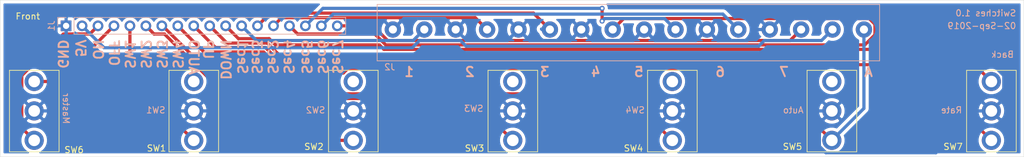
<source format=kicad_pcb>
(kicad_pcb (version 20171130) (host pcbnew "(5.1.2)-2")

  (general
    (thickness 1.6)
    (drawings 34)
    (tracks 152)
    (zones 0)
    (modules 9)
    (nets 24)
  )

  (page A4)
  (layers
    (0 F.Cu signal)
    (31 B.Cu signal)
    (32 B.Adhes user)
    (33 F.Adhes user)
    (34 B.Paste user)
    (35 F.Paste user)
    (36 B.SilkS user)
    (37 F.SilkS user)
    (38 B.Mask user)
    (39 F.Mask user)
    (40 Dwgs.User user)
    (41 Cmts.User user)
    (42 Eco1.User user)
    (43 Eco2.User user)
    (44 Edge.Cuts user)
    (45 Margin user)
    (46 B.CrtYd user)
    (47 F.CrtYd user)
    (48 B.Fab user)
    (49 F.Fab user)
  )

  (setup
    (last_trace_width 0.508)
    (trace_clearance 0.2)
    (zone_clearance 0.508)
    (zone_45_only no)
    (trace_min 0.2)
    (via_size 0.8)
    (via_drill 0.4)
    (via_min_size 0.4)
    (via_min_drill 0.3)
    (uvia_size 0.3)
    (uvia_drill 0.1)
    (uvias_allowed no)
    (uvia_min_size 0.2)
    (uvia_min_drill 0.1)
    (edge_width 0.05)
    (segment_width 0.2)
    (pcb_text_width 0.3)
    (pcb_text_size 1.5 1.5)
    (mod_edge_width 0.12)
    (mod_text_size 1 1)
    (mod_text_width 0.15)
    (pad_size 1.524 1.524)
    (pad_drill 0.762)
    (pad_to_mask_clearance 0.051)
    (solder_mask_min_width 0.25)
    (aux_axis_origin 0 0)
    (visible_elements 7FFFEFFF)
    (pcbplotparams
      (layerselection 0x010fc_ffffffff)
      (usegerberextensions false)
      (usegerberattributes false)
      (usegerberadvancedattributes false)
      (creategerberjobfile false)
      (excludeedgelayer true)
      (linewidth 0.100000)
      (plotframeref false)
      (viasonmask false)
      (mode 1)
      (useauxorigin false)
      (hpglpennumber 1)
      (hpglpenspeed 20)
      (hpglpendiameter 15.000000)
      (psnegative false)
      (psa4output false)
      (plotreference true)
      (plotvalue true)
      (plotinvisibletext false)
      (padsonsilk false)
      (subtractmaskfromsilk false)
      (outputformat 1)
      (mirror false)
      (drillshape 0)
      (scaleselection 1)
      (outputdirectory "Gerbers/"))
  )

  (net 0 "")
  (net 1 "Net-(J1-Pad11)")
  (net 2 "Net-(J1-Pad10)")
  (net 3 "Net-(J1-Pad9)")
  (net 4 "Net-(J1-Pad8)")
  (net 5 "Net-(J1-Pad7)")
  (net 6 "Net-(J1-Pad6)")
  (net 7 "Net-(J1-Pad5)")
  (net 8 "Net-(J1-Pad4)")
  (net 9 "Net-(J1-Pad3)")
  (net 10 "Net-(J1-Pad2)")
  (net 11 "Net-(J1-Pad1)")
  (net 12 "Net-(J1-Pad18)")
  (net 13 "Net-(J1-Pad17)")
  (net 14 "Net-(J1-Pad16)")
  (net 15 "Net-(J1-Pad15)")
  (net 16 "Net-(J1-Pad14)")
  (net 17 "Net-(J1-Pad13)")
  (net 18 "Net-(J1-Pad12)")
  (net 19 "Net-(SW1-Pad1)")
  (net 20 "Net-(SW2-Pad1)")
  (net 21 "Net-(SW3-Pad1)")
  (net 22 "Net-(SW4-Pad1)")
  (net 23 "Net-(SW5-Pad1)")

  (net_class Default "This is the default net class."
    (clearance 0.2)
    (trace_width 0.508)
    (via_dia 0.8)
    (via_drill 0.4)
    (uvia_dia 0.3)
    (uvia_drill 0.1)
    (add_net "Net-(J1-Pad1)")
    (add_net "Net-(J1-Pad10)")
    (add_net "Net-(J1-Pad11)")
    (add_net "Net-(J1-Pad12)")
    (add_net "Net-(J1-Pad13)")
    (add_net "Net-(J1-Pad14)")
    (add_net "Net-(J1-Pad15)")
    (add_net "Net-(J1-Pad16)")
    (add_net "Net-(J1-Pad17)")
    (add_net "Net-(J1-Pad18)")
    (add_net "Net-(J1-Pad2)")
    (add_net "Net-(J1-Pad3)")
    (add_net "Net-(J1-Pad4)")
    (add_net "Net-(J1-Pad5)")
    (add_net "Net-(J1-Pad6)")
    (add_net "Net-(J1-Pad7)")
    (add_net "Net-(J1-Pad8)")
    (add_net "Net-(J1-Pad9)")
    (add_net "Net-(SW1-Pad1)")
    (add_net "Net-(SW2-Pad1)")
    (add_net "Net-(SW3-Pad1)")
    (add_net "Net-(SW4-Pad1)")
    (add_net "Net-(SW5-Pad1)")
  )

  (module "my library:Phoenix_16_pin_5mm_terminal_block" (layer B.Cu) (tedit 5D6B1A83) (tstamp 5D61DC84)
    (at 113.03 59.69)
    (path /5D3C7CD8)
    (fp_text reference J2 (at 2 1) (layer B.SilkS)
      (effects (font (size 1 1) (thickness 0.15)) (justify mirror))
    )
    (fp_text value "LED terminals" (at 20 1) (layer B.Fab)
      (effects (font (size 1 1) (thickness 0.15)) (justify mirror))
    )
    (fp_line (start 80 0) (end 80 -9) (layer B.SilkS) (width 0.12))
    (fp_line (start 0 0) (end 0 -9) (layer B.SilkS) (width 0.12))
    (fp_line (start 0 -9) (end 80 -9) (layer B.SilkS) (width 0.12))
    (fp_line (start 0 0) (end 80 0) (layer B.SilkS) (width 0.12))
    (pad 16 thru_hole circle (at 77.5 -5) (size 2.6 2.6) (drill 1.3) (layers *.Cu *.Mask)
      (net 3 "Net-(J1-Pad9)"))
    (pad 15 thru_hole circle (at 72.5 -5) (size 2.6 2.6) (drill 1.3) (layers *.Cu *.Mask)
      (net 10 "Net-(J1-Pad2)"))
    (pad 14 thru_hole circle (at 67.5 -5) (size 2.6 2.6) (drill 1.3) (layers *.Cu *.Mask)
      (net 12 "Net-(J1-Pad18)"))
    (pad 13 thru_hole circle (at 62.5 -5) (size 2.6 2.6) (drill 1.3) (layers *.Cu *.Mask)
      (net 11 "Net-(J1-Pad1)"))
    (pad 12 thru_hole circle (at 57.5 -5) (size 2.6 2.6) (drill 1.3) (layers *.Cu *.Mask)
      (net 13 "Net-(J1-Pad17)"))
    (pad 11 thru_hole circle (at 52.5 -5) (size 2.6 2.6) (drill 1.3) (layers *.Cu *.Mask)
      (net 11 "Net-(J1-Pad1)"))
    (pad 10 thru_hole circle (at 47.5 -5) (size 2.6 2.6) (drill 1.3) (layers *.Cu *.Mask)
      (net 14 "Net-(J1-Pad16)"))
    (pad 9 thru_hole circle (at 42.5 -5) (size 2.6 2.6) (drill 1.3) (layers *.Cu *.Mask)
      (net 11 "Net-(J1-Pad1)"))
    (pad 8 thru_hole circle (at 37.5 -5) (size 2.6 2.6) (drill 1.3) (layers *.Cu *.Mask)
      (net 15 "Net-(J1-Pad15)"))
    (pad 7 thru_hole circle (at 32.5 -5) (size 2.6 2.6) (drill 1.3) (layers *.Cu *.Mask)
      (net 11 "Net-(J1-Pad1)"))
    (pad 6 thru_hole circle (at 27.5 -5) (size 2.6 2.6) (drill 1.3) (layers *.Cu *.Mask)
      (net 17 "Net-(J1-Pad13)"))
    (pad 5 thru_hole circle (at 22.5 -5) (size 2.6 2.6) (drill 1.3) (layers *.Cu *.Mask)
      (net 11 "Net-(J1-Pad1)"))
    (pad 4 thru_hole circle (at 17.5 -5) (size 2.6 2.6) (drill 1.3) (layers *.Cu *.Mask)
      (net 16 "Net-(J1-Pad14)"))
    (pad 3 thru_hole circle (at 12.5 -5) (size 2.6 2.6) (drill 1.3) (layers *.Cu *.Mask)
      (net 11 "Net-(J1-Pad1)"))
    (pad 2 thru_hole circle (at 7.5 -5) (size 2.6 2.6) (drill 1.3) (layers *.Cu *.Mask)
      (net 18 "Net-(J1-Pad12)"))
    (pad 1 thru_hole circle (at 2.5 -5) (size 2.6 2.6) (drill 1.3) (layers *.Cu *.Mask)
      (net 11 "Net-(J1-Pad1)"))
  )

  (module Connector_PinHeader_2.54mm:PinHeader_1x18_P2.54mm_Vertical (layer B.Cu) (tedit 59FED5CC) (tstamp 5D654C26)
    (at 63.5 54.102 270)
    (descr "Through hole straight pin header, 1x18, 2.54mm pitch, single row")
    (tags "Through hole pin header THT 1x18 2.54mm single row")
    (path /5E3297C6)
    (fp_text reference J1 (at 0 2.33 270) (layer B.SilkS)
      (effects (font (size 1 1) (thickness 0.15)) (justify mirror))
    )
    (fp_text value Conn_01x18_Female (at 2.794 -18.288) (layer B.Fab) hide
      (effects (font (size 1 1) (thickness 0.15)) (justify mirror))
    )
    (fp_text user %R (at 0 -21.59) (layer B.Fab)
      (effects (font (size 1 1) (thickness 0.15)) (justify mirror))
    )
    (fp_line (start 1.8 1.8) (end -1.8 1.8) (layer B.CrtYd) (width 0.05))
    (fp_line (start 1.8 -44.95) (end 1.8 1.8) (layer B.CrtYd) (width 0.05))
    (fp_line (start -1.8 -44.95) (end 1.8 -44.95) (layer B.CrtYd) (width 0.05))
    (fp_line (start -1.8 1.8) (end -1.8 -44.95) (layer B.CrtYd) (width 0.05))
    (fp_line (start -1.33 1.33) (end 0 1.33) (layer B.SilkS) (width 0.12))
    (fp_line (start -1.33 0) (end -1.33 1.33) (layer B.SilkS) (width 0.12))
    (fp_line (start -1.33 -1.27) (end 1.33 -1.27) (layer B.SilkS) (width 0.12))
    (fp_line (start 1.33 -1.27) (end 1.33 -44.51) (layer B.SilkS) (width 0.12))
    (fp_line (start -1.33 -1.27) (end -1.33 -44.51) (layer B.SilkS) (width 0.12))
    (fp_line (start -1.33 -44.51) (end 1.33 -44.51) (layer B.SilkS) (width 0.12))
    (fp_line (start -1.27 0.635) (end -0.635 1.27) (layer B.Fab) (width 0.1))
    (fp_line (start -1.27 -44.45) (end -1.27 0.635) (layer B.Fab) (width 0.1))
    (fp_line (start 1.27 -44.45) (end -1.27 -44.45) (layer B.Fab) (width 0.1))
    (fp_line (start 1.27 1.27) (end 1.27 -44.45) (layer B.Fab) (width 0.1))
    (fp_line (start -0.635 1.27) (end 1.27 1.27) (layer B.Fab) (width 0.1))
    (pad 18 thru_hole oval (at 0 -43.18 270) (size 1.7 1.7) (drill 1) (layers *.Cu *.Mask)
      (net 12 "Net-(J1-Pad18)"))
    (pad 17 thru_hole oval (at 0 -40.64 270) (size 1.7 1.7) (drill 1) (layers *.Cu *.Mask)
      (net 13 "Net-(J1-Pad17)"))
    (pad 16 thru_hole oval (at 0 -38.1 270) (size 1.7 1.7) (drill 1) (layers *.Cu *.Mask)
      (net 14 "Net-(J1-Pad16)"))
    (pad 15 thru_hole oval (at 0 -35.56 270) (size 1.7 1.7) (drill 1) (layers *.Cu *.Mask)
      (net 15 "Net-(J1-Pad15)"))
    (pad 14 thru_hole oval (at 0 -33.02 270) (size 1.7 1.7) (drill 1) (layers *.Cu *.Mask)
      (net 16 "Net-(J1-Pad14)"))
    (pad 13 thru_hole oval (at 0 -30.48 270) (size 1.7 1.7) (drill 1) (layers *.Cu *.Mask)
      (net 17 "Net-(J1-Pad13)"))
    (pad 12 thru_hole oval (at 0 -27.94 270) (size 1.7 1.7) (drill 1) (layers *.Cu *.Mask)
      (net 18 "Net-(J1-Pad12)"))
    (pad 11 thru_hole oval (at 0 -25.4 270) (size 1.7 1.7) (drill 1) (layers *.Cu *.Mask)
      (net 1 "Net-(J1-Pad11)"))
    (pad 10 thru_hole oval (at 0 -22.86 270) (size 1.7 1.7) (drill 1) (layers *.Cu *.Mask)
      (net 2 "Net-(J1-Pad10)"))
    (pad 9 thru_hole oval (at 0 -20.32 270) (size 1.7 1.7) (drill 1) (layers *.Cu *.Mask)
      (net 3 "Net-(J1-Pad9)"))
    (pad 8 thru_hole oval (at 0 -17.78 270) (size 1.7 1.7) (drill 1) (layers *.Cu *.Mask)
      (net 4 "Net-(J1-Pad8)"))
    (pad 7 thru_hole oval (at 0 -15.24 270) (size 1.7 1.7) (drill 1) (layers *.Cu *.Mask)
      (net 5 "Net-(J1-Pad7)"))
    (pad 6 thru_hole oval (at 0 -12.7 270) (size 1.7 1.7) (drill 1) (layers *.Cu *.Mask)
      (net 6 "Net-(J1-Pad6)"))
    (pad 5 thru_hole oval (at 0 -10.16 270) (size 1.7 1.7) (drill 1) (layers *.Cu *.Mask)
      (net 7 "Net-(J1-Pad5)"))
    (pad 4 thru_hole oval (at 0 -7.62 270) (size 1.7 1.7) (drill 1) (layers *.Cu *.Mask)
      (net 8 "Net-(J1-Pad4)"))
    (pad 3 thru_hole oval (at 0 -5.08 270) (size 1.7 1.7) (drill 1) (layers *.Cu *.Mask)
      (net 9 "Net-(J1-Pad3)"))
    (pad 2 thru_hole oval (at 0 -2.54 270) (size 1.7 1.7) (drill 1) (layers *.Cu *.Mask)
      (net 10 "Net-(J1-Pad2)"))
    (pad 1 thru_hole rect (at 0 0 270) (size 1.7 1.7) (drill 1) (layers *.Cu *.Mask)
      (net 11 "Net-(J1-Pad1)"))
    (model ${KISYS3DMOD}/Connector_PinHeader_2.54mm.3dshapes/PinHeader_1x18_P2.54mm_Vertical.wrl
      (at (xyz 0 0 0))
      (scale (xyz 1 1 1))
      (rotate (xyz 0 0 0))
    )
  )

  (module "my library:Mini_Toggle_3pin" (layer F.Cu) (tedit 5D619F92) (tstamp 5D61DCD1)
    (at 210.82 62.992)
    (descr "mini toggle switch, 1/4 in., 0.185\" pin spacing, 0.73\" pin hole")
    (tags "M2011SS1W03, M2018SS1W03")
    (path /5D3B5A22)
    (fp_text reference SW7 (at -6.096 10.414) (layer F.SilkS)
      (effects (font (size 1 1) (thickness 0.15)))
    )
    (fp_text value Rate (at -6.35 4.572) (layer B.SilkS)
      (effects (font (size 1 1) (thickness 0.15)) (justify mirror))
    )
    (fp_line (start -3.937 -1.778) (end -3.937 11.2268) (layer F.SilkS) (width 0.12))
    (fp_line (start -3.937 -1.778) (end 3.9624 -1.778) (layer F.SilkS) (width 0.12))
    (fp_line (start 3.9624 -1.778) (end 3.9624 11.2268) (layer F.SilkS) (width 0.12))
    (fp_line (start -3.937 11.2268) (end 3.9624 11.2268) (layer F.SilkS) (width 0.12))
    (pad 3 thru_hole circle (at 0 9.4) (size 3.048 3.048) (drill 1.8542) (layers *.Cu *.Mask)
      (net 2 "Net-(J1-Pad10)"))
    (pad 2 thru_hole circle (at 0 4.7) (size 3.048 3.048) (drill 1.8542) (layers *.Cu *.Mask)
      (net 11 "Net-(J1-Pad1)"))
    (pad 1 thru_hole circle (at 0 0) (size 3.048 3.048) (drill 1.8542) (layers *.Cu *.Mask)
      (net 1 "Net-(J1-Pad11)"))
  )

  (module "my library:Mini_Toggle_3pin" (layer F.Cu) (tedit 5D619F92) (tstamp 5D61DCC6)
    (at 58.42 62.992)
    (descr "mini toggle switch, 1/4 in., 0.185\" pin spacing, 0.73\" pin hole")
    (tags "M2011SS1W03, M2018SS1W03")
    (path /5D3B5664)
    (fp_text reference SW6 (at 6.35 10.922) (layer F.SilkS)
      (effects (font (size 1 1) (thickness 0.15)))
    )
    (fp_text value Master (at 5.08 4.318 270 unlocked) (layer B.SilkS)
      (effects (font (size 1 1) (thickness 0.15)) (justify mirror))
    )
    (fp_line (start -3.937 -1.778) (end -3.937 11.2268) (layer F.SilkS) (width 0.12))
    (fp_line (start -3.937 -1.778) (end 3.9624 -1.778) (layer F.SilkS) (width 0.12))
    (fp_line (start 3.9624 -1.778) (end 3.9624 11.2268) (layer F.SilkS) (width 0.12))
    (fp_line (start -3.937 11.2268) (end 3.9624 11.2268) (layer F.SilkS) (width 0.12))
    (pad 3 thru_hole circle (at 0 9.4) (size 3.048 3.048) (drill 1.8542) (layers *.Cu *.Mask)
      (net 9 "Net-(J1-Pad3)"))
    (pad 2 thru_hole circle (at 0 4.7) (size 3.048 3.048) (drill 1.8542) (layers *.Cu *.Mask)
      (net 11 "Net-(J1-Pad1)"))
    (pad 1 thru_hole circle (at 0 0) (size 3.048 3.048) (drill 1.8542) (layers *.Cu *.Mask)
      (net 8 "Net-(J1-Pad4)"))
  )

  (module "my library:Mini_Toggle_3pin" (layer F.Cu) (tedit 5D619F92) (tstamp 5D61DCBB)
    (at 185.42 62.992)
    (descr "mini toggle switch, 1/4 in., 0.185\" pin spacing, 0.73\" pin hole")
    (tags "M2011SS1W03, M2018SS1W03")
    (path /5D620369)
    (fp_text reference SW5 (at -6.26533 10.414) (layer F.SilkS)
      (effects (font (size 1 1) (thickness 0.15)))
    )
    (fp_text value Auto (at -6.13833 4.572) (layer B.SilkS)
      (effects (font (size 1 1) (thickness 0.15)) (justify mirror))
    )
    (fp_line (start -3.937 -1.778) (end -3.937 11.2268) (layer F.SilkS) (width 0.12))
    (fp_line (start -3.937 -1.778) (end 3.9624 -1.778) (layer F.SilkS) (width 0.12))
    (fp_line (start 3.9624 -1.778) (end 3.9624 11.2268) (layer F.SilkS) (width 0.12))
    (fp_line (start -3.937 11.2268) (end 3.9624 11.2268) (layer F.SilkS) (width 0.12))
    (pad 3 thru_hole circle (at 0 9.4) (size 3.048 3.048) (drill 1.8542) (layers *.Cu *.Mask)
      (net 3 "Net-(J1-Pad9)"))
    (pad 2 thru_hole circle (at 0 4.7) (size 3.048 3.048) (drill 1.8542) (layers *.Cu *.Mask)
      (net 11 "Net-(J1-Pad1)"))
    (pad 1 thru_hole circle (at 0 0) (size 3.048 3.048) (drill 1.8542) (layers *.Cu *.Mask)
      (net 23 "Net-(SW5-Pad1)"))
  )

  (module "my library:Mini_Toggle_3pin" (layer F.Cu) (tedit 5D619F92) (tstamp 5D61DCB0)
    (at 160.02 62.992)
    (descr "mini toggle switch, 1/4 in., 0.185\" pin spacing, 0.73\" pin hole")
    (tags "M2011SS1W03, M2018SS1W03")
    (path /5D620A63)
    (fp_text reference SW4 (at -6.180664 10.668) (layer F.SilkS)
      (effects (font (size 1 1) (thickness 0.15)))
    )
    (fp_text value SW4 (at -5.926664 4.572) (layer B.SilkS)
      (effects (font (size 1 1) (thickness 0.15)) (justify mirror))
    )
    (fp_line (start -3.937 -1.778) (end -3.937 11.2268) (layer F.SilkS) (width 0.12))
    (fp_line (start -3.937 -1.778) (end 3.9624 -1.778) (layer F.SilkS) (width 0.12))
    (fp_line (start 3.9624 -1.778) (end 3.9624 11.2268) (layer F.SilkS) (width 0.12))
    (fp_line (start -3.937 11.2268) (end 3.9624 11.2268) (layer F.SilkS) (width 0.12))
    (pad 3 thru_hole circle (at 0 9.4) (size 3.048 3.048) (drill 1.8542) (layers *.Cu *.Mask)
      (net 4 "Net-(J1-Pad8)"))
    (pad 2 thru_hole circle (at 0 4.7) (size 3.048 3.048) (drill 1.8542) (layers *.Cu *.Mask)
      (net 11 "Net-(J1-Pad1)"))
    (pad 1 thru_hole circle (at 0 0) (size 3.048 3.048) (drill 1.8542) (layers *.Cu *.Mask)
      (net 22 "Net-(SW4-Pad1)"))
  )

  (module "my library:Mini_Toggle_3pin" (layer F.Cu) (tedit 5D619F92) (tstamp 5D61DCA5)
    (at 134.62 62.992)
    (descr "mini toggle switch, 1/4 in., 0.185\" pin spacing, 0.73\" pin hole")
    (tags "M2011SS1W03, M2018SS1W03")
    (path /5D62117F)
    (fp_text reference SW3 (at -6.095998 10.668) (layer F.SilkS)
      (effects (font (size 1 1) (thickness 0.15)))
    )
    (fp_text value SW3 (at -6.222998 4.318) (layer B.SilkS)
      (effects (font (size 1 1) (thickness 0.15)) (justify mirror))
    )
    (fp_line (start -3.937 -1.778) (end -3.937 11.2268) (layer F.SilkS) (width 0.12))
    (fp_line (start -3.937 -1.778) (end 3.9624 -1.778) (layer F.SilkS) (width 0.12))
    (fp_line (start 3.9624 -1.778) (end 3.9624 11.2268) (layer F.SilkS) (width 0.12))
    (fp_line (start -3.937 11.2268) (end 3.9624 11.2268) (layer F.SilkS) (width 0.12))
    (pad 3 thru_hole circle (at 0 9.4) (size 3.048 3.048) (drill 1.8542) (layers *.Cu *.Mask)
      (net 5 "Net-(J1-Pad7)"))
    (pad 2 thru_hole circle (at 0 4.7) (size 3.048 3.048) (drill 1.8542) (layers *.Cu *.Mask)
      (net 11 "Net-(J1-Pad1)"))
    (pad 1 thru_hole circle (at 0 0) (size 3.048 3.048) (drill 1.8542) (layers *.Cu *.Mask)
      (net 21 "Net-(SW3-Pad1)"))
  )

  (module "my library:Mini_Toggle_3pin" (layer F.Cu) (tedit 5D619F92) (tstamp 5D61DC9A)
    (at 109.22 62.992)
    (descr "mini toggle switch, 1/4 in., 0.185\" pin spacing, 0.73\" pin hole")
    (tags "M2011SS1W03, M2018SS1W03")
    (path /5D621832)
    (fp_text reference SW2 (at -6.265332 10.414) (layer F.SilkS)
      (effects (font (size 1 1) (thickness 0.15)))
    )
    (fp_text value SW2 (at -6.011332 4.572) (layer B.SilkS)
      (effects (font (size 1 1) (thickness 0.15)) (justify mirror))
    )
    (fp_line (start -3.937 -1.778) (end -3.937 11.2268) (layer F.SilkS) (width 0.12))
    (fp_line (start -3.937 -1.778) (end 3.9624 -1.778) (layer F.SilkS) (width 0.12))
    (fp_line (start 3.9624 -1.778) (end 3.9624 11.2268) (layer F.SilkS) (width 0.12))
    (fp_line (start -3.937 11.2268) (end 3.9624 11.2268) (layer F.SilkS) (width 0.12))
    (pad 3 thru_hole circle (at 0 9.4) (size 3.048 3.048) (drill 1.8542) (layers *.Cu *.Mask)
      (net 6 "Net-(J1-Pad6)"))
    (pad 2 thru_hole circle (at 0 4.7) (size 3.048 3.048) (drill 1.8542) (layers *.Cu *.Mask)
      (net 11 "Net-(J1-Pad1)"))
    (pad 1 thru_hole circle (at 0 0) (size 3.048 3.048) (drill 1.8542) (layers *.Cu *.Mask)
      (net 20 "Net-(SW2-Pad1)"))
  )

  (module "my library:Mini_Toggle_3pin" (layer F.Cu) (tedit 5D619F92) (tstamp 5D61DC8F)
    (at 83.82 62.992)
    (descr "mini toggle switch, 1/4 in., 0.185\" pin spacing, 0.73\" pin hole")
    (tags "M2011SS1W03, M2018SS1W03")
    (path /5D621EBA)
    (fp_text reference SW1 (at -5.926666 10.668) (layer F.SilkS)
      (effects (font (size 1 1) (thickness 0.15)))
    )
    (fp_text value SW1 (at -6.053666 4.572) (layer B.SilkS)
      (effects (font (size 1 1) (thickness 0.15)) (justify mirror))
    )
    (fp_line (start -3.937 -1.778) (end -3.937 11.2268) (layer F.SilkS) (width 0.12))
    (fp_line (start -3.937 -1.778) (end 3.9624 -1.778) (layer F.SilkS) (width 0.12))
    (fp_line (start 3.9624 -1.778) (end 3.9624 11.2268) (layer F.SilkS) (width 0.12))
    (fp_line (start -3.937 11.2268) (end 3.9624 11.2268) (layer F.SilkS) (width 0.12))
    (pad 3 thru_hole circle (at 0 9.4) (size 3.048 3.048) (drill 1.8542) (layers *.Cu *.Mask)
      (net 7 "Net-(J1-Pad5)"))
    (pad 2 thru_hole circle (at 0 4.7) (size 3.048 3.048) (drill 1.8542) (layers *.Cu *.Mask)
      (net 11 "Net-(J1-Pad1)"))
    (pad 1 thru_hole circle (at 0 0) (size 3.048 3.048) (drill 1.8542) (layers *.Cu *.Mask)
      (net 19 "Net-(SW1-Pad1)"))
  )

  (gr_text "02-Sep-2019\n" (at 209.296 54.102) (layer B.SilkS) (tstamp 5D6D7F2C)
    (effects (font (size 1 1) (thickness 0.15)) (justify mirror))
  )
  (gr_text Back (at 212.598 58.674) (layer B.SilkS)
    (effects (font (size 1 1) (thickness 0.15)) (justify mirror))
  )
  (gr_text Front (at 57.404 52.578) (layer F.SilkS)
    (effects (font (size 1 1) (thickness 0.15)))
  )
  (gr_text 7 (at 177.8 61.468) (layer B.SilkS) (tstamp 5D3CC0BD)
    (effects (font (size 1.5 1.5) (thickness 0.3)) (justify mirror))
  )
  (gr_text 6 (at 167.64 61.468) (layer B.SilkS) (tstamp 5D3CC0BA)
    (effects (font (size 1.5 1.5) (thickness 0.3)) (justify mirror))
  )
  (gr_text 5 (at 154.686 61.468) (layer B.SilkS) (tstamp 5D3CC0B7)
    (effects (font (size 1.5 1.5) (thickness 0.3)) (justify mirror))
  )
  (gr_text "Sec1\n\n\n" (at 89.154 56.134 -90) (layer B.SilkS) (tstamp 5D3CC0A9)
    (effects (font (size 1.5 1.5) (thickness 0.3)) (justify right mirror))
  )
  (gr_text "Sec2\n\n\n" (at 93.98 56.134 -90) (layer B.SilkS) (tstamp 5D3CC0A6)
    (effects (font (size 1.5 1.5) (thickness 0.3)) (justify right mirror))
  )
  (gr_text "Sec3\n\n\n" (at 91.44 56.134 -90) (layer B.SilkS) (tstamp 5D3CC0A3)
    (effects (font (size 1.5 1.5) (thickness 0.3)) (justify right mirror))
  )
  (gr_text "Sec4\n\n\n" (at 96.52 56.134 -90) (layer B.SilkS) (tstamp 5D3CC09C)
    (effects (font (size 1.5 1.5) (thickness 0.3)) (justify right mirror))
  )
  (gr_text "Sec5\n\n" (at 100.584 56.134 -90) (layer B.SilkS) (tstamp 5D3CC095)
    (effects (font (size 1.5 1.5) (thickness 0.3)) (justify right mirror))
  )
  (gr_text "Sec6\n" (at 104.394 56.134 -90) (layer B.SilkS) (tstamp 5D3CC092)
    (effects (font (size 1.5 1.5) (thickness 0.3)) (justify right mirror))
  )
  (gr_text Sec7 (at 106.68 56.134 -90) (layer B.SilkS) (tstamp 5D3CC08F)
    (effects (font (size 1.5 1.5) (thickness 0.3)) (justify right mirror))
  )
  (gr_text A (at 191.262 61.468) (layer B.SilkS) (tstamp 5D3AF1EF)
    (effects (font (size 1.5 1.5) (thickness 0.3)) (justify mirror))
  )
  (gr_text 4 (at 147.828 61.468) (layer B.SilkS) (tstamp 5D3AF1EC)
    (effects (font (size 1.5 1.5) (thickness 0.3)) (justify mirror))
  )
  (gr_text 3 (at 139.7 61.468) (layer B.SilkS) (tstamp 5D3AF1E9)
    (effects (font (size 1.5 1.5) (thickness 0.3)) (justify mirror))
  )
  (gr_text 2 (at 127.762 61.468) (layer B.SilkS) (tstamp 5D3AF1CF)
    (effects (font (size 1.5 1.5) (thickness 0.3)) (justify mirror))
  )
  (gr_text 1 (at 118.11 61.468) (layer B.SilkS)
    (effects (font (size 1.5 1.5) (thickness 0.3)) (justify mirror))
  )
  (gr_text 5V (at 65.786 56.134 -90) (layer B.SilkS) (tstamp 5D3AF109)
    (effects (font (size 1.5 1.5) (thickness 0.3)) (justify right mirror))
  )
  (gr_text GND (at 62.992 56.134 -90) (layer B.SilkS) (tstamp 5D3AF103)
    (effects (font (size 1.5 1.5) (thickness 0.3)) (justify right mirror))
  )
  (gr_text DOWN (at 88.9 56.134 -90) (layer B.SilkS) (tstamp 5D3AF0FD)
    (effects (font (size 1.5 1.5) (thickness 0.3)) (justify right mirror))
  )
  (gr_text UP (at 86.106 56.134 -90) (layer B.SilkS) (tstamp 5D3AF0F8)
    (effects (font (size 1.5 1.5) (thickness 0.3)) (justify right mirror))
  )
  (gr_text AUTO (at 83.82 56.134 -90) (layer B.SilkS) (tstamp 5D3AF0F4)
    (effects (font (size 1.5 1.5) (thickness 0.3)) (justify right mirror))
  )
  (gr_text SW4 (at 81.28 56.134 -90) (layer B.SilkS) (tstamp 5D3AF0F1)
    (effects (font (size 1.5 1.5) (thickness 0.3)) (justify right mirror))
  )
  (gr_text SW3 (at 78.74 56.134 -90) (layer B.SilkS) (tstamp 5D3AF0EE)
    (effects (font (size 1.5 1.5) (thickness 0.3)) (justify right mirror))
  )
  (gr_text SW2 (at 76.2 56.134 -90) (layer B.SilkS) (tstamp 5D3AF0D1)
    (effects (font (size 1.5 1.5) (thickness 0.3)) (justify right mirror))
  )
  (gr_text SW1 (at 73.66 56.134 -90) (layer B.SilkS) (tstamp 5D3AF0CD)
    (effects (font (size 1.5 1.5) (thickness 0.3)) (justify right mirror))
  )
  (gr_text "OFF\n" (at 71.12 56.134 -90) (layer B.SilkS) (tstamp 5D3AF0CA)
    (effects (font (size 1.5 1.5) (thickness 0.3)) (justify right mirror))
  )
  (gr_text ON (at 68.58 56.134 -90) (layer B.SilkS)
    (effects (font (size 1.5 1.5) (thickness 0.3)) (justify right mirror))
  )
  (gr_text "Switches 1.0 \n" (at 209.55 52.07) (layer B.SilkS)
    (effects (font (size 1 1) (thickness 0.15)) (justify mirror))
  )
  (gr_line (start 53 75) (end 216 75) (layer Edge.Cuts) (width 0.05))
  (gr_line (start 53 50) (end 53 75) (layer Edge.Cuts) (width 0.05))
  (gr_line (start 53 50) (end 216 50) (layer Edge.Cuts) (width 0.05))
  (gr_line (start 216 50) (end 216 75) (layer Edge.Cuts) (width 0.05))

  (segment (start 210.82 62.992) (end 205.688023 57.860023) (width 0.508) (layer F.Cu) (net 1))
  (segment (start 95.829074 56.149945) (end 90.947945 56.149945) (width 0.508) (layer F.Cu) (net 1))
  (segment (start 89.749999 54.951999) (end 88.9 54.102) (width 0.508) (layer F.Cu) (net 1))
  (segment (start 90.947945 56.149945) (end 89.749999 54.951999) (width 0.508) (layer F.Cu) (net 1))
  (segment (start 205.688023 57.860023) (end 114.101544 57.860022) (width 0.508) (layer F.Cu) (net 1))
  (segment (start 114.101544 57.860022) (end 113.393534 57.152012) (width 0.508) (layer F.Cu) (net 1))
  (segment (start 113.393534 57.152012) (end 96.831141 57.152012) (width 0.508) (layer F.Cu) (net 1))
  (segment (start 96.831141 57.152012) (end 95.829074 56.149945) (width 0.508) (layer F.Cu) (net 1))
  (segment (start 210.82 72.392) (end 198.733989 60.305989) (width 0.508) (layer F.Cu) (net 2))
  (segment (start 87.209999 54.951999) (end 86.36 54.102) (width 0.508) (layer F.Cu) (net 2))
  (segment (start 95.535807 56.857956) (end 89.115956 56.857956) (width 0.508) (layer F.Cu) (net 2))
  (segment (start 107.615324 60.667956) (end 99.345807 60.667956) (width 0.508) (layer F.Cu) (net 2))
  (segment (start 107.977291 60.305989) (end 107.615324 60.667956) (width 0.508) (layer F.Cu) (net 2))
  (segment (start 99.345807 60.667956) (end 95.535807 56.857956) (width 0.508) (layer F.Cu) (net 2))
  (segment (start 198.733989 60.305989) (end 107.977291 60.305989) (width 0.508) (layer F.Cu) (net 2))
  (segment (start 89.115956 56.857956) (end 87.209999 54.951999) (width 0.508) (layer F.Cu) (net 2))
  (segment (start 87.283967 57.565967) (end 84.669999 54.951999) (width 0.508) (layer F.Cu) (net 3))
  (segment (start 99.30654 61.629967) (end 95.24254 57.565967) (width 0.508) (layer F.Cu) (net 3))
  (segment (start 185.42 72.392) (end 174.041999 61.013999) (width 0.508) (layer F.Cu) (net 3))
  (segment (start 84.669999 54.951999) (end 83.82 54.102) (width 0.508) (layer F.Cu) (net 3))
  (segment (start 107.654591 61.629967) (end 99.30654 61.629967) (width 0.508) (layer F.Cu) (net 3))
  (segment (start 95.24254 57.565967) (end 87.283967 57.565967) (width 0.508) (layer F.Cu) (net 3))
  (segment (start 174.041999 61.013999) (end 108.270559 61.013999) (width 0.508) (layer F.Cu) (net 3))
  (segment (start 108.270559 61.013999) (end 107.654591 61.629967) (width 0.508) (layer F.Cu) (net 3))
  (segment (start 190.53 67.282) (end 190.53 54.69) (width 0.508) (layer B.Cu) (net 3))
  (segment (start 185.42 72.392) (end 190.53 67.282) (width 0.508) (layer B.Cu) (net 3))
  (segment (start 82.129999 54.951999) (end 81.28 54.102) (width 0.508) (layer F.Cu) (net 4))
  (segment (start 160.02 72.392) (end 152.598001 64.970001) (width 0.508) (layer F.Cu) (net 4))
  (segment (start 152.598001 64.970001) (end 101.645296 64.970001) (width 0.508) (layer F.Cu) (net 4))
  (segment (start 101.645296 64.970001) (end 94.949273 58.273978) (width 0.508) (layer F.Cu) (net 4))
  (segment (start 94.949273 58.273978) (end 85.451978 58.273978) (width 0.508) (layer F.Cu) (net 4))
  (segment (start 85.451978 58.273978) (end 82.129999 54.951999) (width 0.508) (layer F.Cu) (net 4))
  (segment (start 134.62 72.392) (end 127.941999 65.713999) (width 0.508) (layer F.Cu) (net 5))
  (segment (start 127.941999 65.713999) (end 90.470719 65.713999) (width 0.508) (layer F.Cu) (net 5))
  (segment (start 90.470719 65.713999) (end 78.85872 54.102) (width 0.508) (layer F.Cu) (net 5))
  (segment (start 78.85872 54.102) (end 78.74 54.102) (width 0.508) (layer F.Cu) (net 5))
  (segment (start 79.161443 55.406001) (end 77.504001 55.406001) (width 0.508) (layer F.Cu) (net 6))
  (segment (start 77.049999 54.951999) (end 76.2 54.102) (width 0.508) (layer F.Cu) (net 6))
  (segment (start 109.22 72.392) (end 96.147442 72.392) (width 0.508) (layer F.Cu) (net 6))
  (segment (start 77.504001 55.406001) (end 77.049999 54.951999) (width 0.508) (layer F.Cu) (net 6))
  (segment (start 96.147442 72.392) (end 79.161443 55.406001) (width 0.508) (layer F.Cu) (net 6))
  (segment (start 73.66 55.304081) (end 73.66 54.102) (width 0.508) (layer F.Cu) (net 7))
  (segment (start 73.66 62.232) (end 73.66 55.304081) (width 0.508) (layer F.Cu) (net 7))
  (segment (start 83.82 72.392) (end 73.66 62.232) (width 0.508) (layer F.Cu) (net 7))
  (segment (start 62.23 62.992) (end 71.12 54.102) (width 0.508) (layer F.Cu) (net 8))
  (segment (start 58.42 62.992) (end 62.23 62.992) (width 0.508) (layer F.Cu) (net 8))
  (segment (start 67.730001 54.951999) (end 68.58 54.102) (width 0.508) (layer F.Cu) (net 9))
  (segment (start 67.275999 55.406001) (end 67.730001 54.951999) (width 0.508) (layer F.Cu) (net 9))
  (segment (start 63.078557 55.406001) (end 67.275999 55.406001) (width 0.508) (layer F.Cu) (net 9))
  (segment (start 56.441999 62.042559) (end 63.078557 55.406001) (width 0.508) (layer F.Cu) (net 9))
  (segment (start 56.441999 70.413999) (end 56.441999 62.042559) (width 0.508) (layer F.Cu) (net 9))
  (segment (start 58.42 72.392) (end 56.441999 70.413999) (width 0.508) (layer F.Cu) (net 9))
  (segment (start 66.04 54.102) (end 69.542011 57.604011) (width 0.508) (layer B.Cu) (net 10))
  (segment (start 69.542011 57.604011) (end 118.617267 57.604011) (width 0.508) (layer B.Cu) (net 10))
  (segment (start 118.617267 57.604011) (end 119.777277 56.444001) (width 0.508) (layer B.Cu) (net 10))
  (segment (start 119.777277 56.444001) (end 126.282723 56.444001) (width 0.508) (layer B.Cu) (net 10))
  (segment (start 183.775999 56.444001) (end 184.230001 55.989999) (width 0.508) (layer B.Cu) (net 10))
  (segment (start 184.230001 55.989999) (end 185.53 54.69) (width 0.508) (layer B.Cu) (net 10))
  (segment (start 174.681277 56.444001) (end 183.775999 56.444001) (width 0.508) (layer B.Cu) (net 10))
  (segment (start 173.775267 57.350011) (end 174.681277 56.444001) (width 0.508) (layer B.Cu) (net 10))
  (segment (start 127.188733 57.350011) (end 173.775267 57.350011) (width 0.508) (layer B.Cu) (net 10))
  (segment (start 126.282723 56.444001) (end 127.188733 57.350011) (width 0.508) (layer B.Cu) (net 10))
  (segment (start 212.343999 66.168001) (end 210.82 67.692) (width 0.508) (layer B.Cu) (net 11))
  (segment (start 212.798001 65.713999) (end 212.343999 66.168001) (width 0.508) (layer B.Cu) (net 11))
  (segment (start 212.798001 62.042559) (end 212.798001 65.713999) (width 0.508) (layer B.Cu) (net 11))
  (segment (start 203.691441 52.935999) (end 212.798001 62.042559) (width 0.508) (layer B.Cu) (net 11))
  (segment (start 177.284001 52.935999) (end 203.691441 52.935999) (width 0.508) (layer B.Cu) (net 11))
  (segment (start 175.53 54.69) (end 177.284001 52.935999) (width 0.508) (layer B.Cu) (net 11))
  (segment (start 183.896001 69.215999) (end 185.42 67.692) (width 0.508) (layer B.Cu) (net 11))
  (segment (start 183.441999 69.670001) (end 183.896001 69.215999) (width 0.508) (layer B.Cu) (net 11))
  (segment (start 183.441999 73.341441) (end 183.441999 69.670001) (width 0.508) (layer B.Cu) (net 11))
  (segment (start 184.470559 74.370001) (end 183.441999 73.341441) (width 0.508) (layer B.Cu) (net 11))
  (segment (start 201.986738 74.370001) (end 184.470559 74.370001) (width 0.508) (layer B.Cu) (net 11))
  (segment (start 208.664739 67.692) (end 201.986738 74.370001) (width 0.508) (layer B.Cu) (net 11))
  (segment (start 210.82 67.692) (end 208.664739 67.692) (width 0.508) (layer B.Cu) (net 11))
  (segment (start 183.264739 67.692) (end 160.02 67.692) (width 0.508) (layer B.Cu) (net 11))
  (segment (start 185.42 67.692) (end 183.264739 67.692) (width 0.508) (layer B.Cu) (net 11))
  (segment (start 157.864739 67.692) (end 134.62 67.692) (width 0.508) (layer B.Cu) (net 11))
  (segment (start 160.02 67.692) (end 157.864739 67.692) (width 0.508) (layer B.Cu) (net 11))
  (segment (start 134.62 67.692) (end 108.584 67.692) (width 0.508) (layer B.Cu) (net 11))
  (segment (start 108.584 67.692) (end 109.22 67.692) (width 0.508) (layer B.Cu) (net 11))
  (segment (start 109.22 67.692) (end 83.82 67.692) (width 0.508) (layer B.Cu) (net 11))
  (segment (start 83.82 67.692) (end 58.42 67.692) (width 0.508) (layer B.Cu) (net 11))
  (segment (start 63.5 62.612) (end 63.5 54.102) (width 0.508) (layer B.Cu) (net 11))
  (segment (start 58.42 67.692) (end 63.5 62.612) (width 0.508) (layer B.Cu) (net 11))
  (segment (start 166.829999 55.989999) (end 165.53 54.69) (width 0.508) (layer B.Cu) (net 11))
  (segment (start 167.284001 56.444001) (end 166.829999 55.989999) (width 0.508) (layer B.Cu) (net 11))
  (segment (start 171.937522 56.444001) (end 167.284001 56.444001) (width 0.508) (layer B.Cu) (net 11))
  (segment (start 173.691523 54.69) (end 171.937522 56.444001) (width 0.508) (layer B.Cu) (net 11))
  (segment (start 175.53 54.69) (end 173.691523 54.69) (width 0.508) (layer B.Cu) (net 11))
  (segment (start 157.284001 56.444001) (end 156.829999 55.989999) (width 0.508) (layer B.Cu) (net 11))
  (segment (start 163.775999 56.444001) (end 157.284001 56.444001) (width 0.508) (layer B.Cu) (net 11))
  (segment (start 156.829999 55.989999) (end 155.53 54.69) (width 0.508) (layer B.Cu) (net 11))
  (segment (start 165.53 54.69) (end 163.775999 56.444001) (width 0.508) (layer B.Cu) (net 11))
  (segment (start 146.829999 55.989999) (end 145.53 54.69) (width 0.508) (layer B.Cu) (net 11))
  (segment (start 147.284001 56.444001) (end 146.829999 55.989999) (width 0.508) (layer B.Cu) (net 11))
  (segment (start 153.775999 56.444001) (end 147.284001 56.444001) (width 0.508) (layer B.Cu) (net 11))
  (segment (start 155.53 54.69) (end 153.775999 56.444001) (width 0.508) (layer B.Cu) (net 11))
  (segment (start 136.829999 55.989999) (end 135.53 54.69) (width 0.508) (layer B.Cu) (net 11))
  (segment (start 137.284001 56.444001) (end 136.829999 55.989999) (width 0.508) (layer B.Cu) (net 11))
  (segment (start 143.775999 56.444001) (end 137.284001 56.444001) (width 0.508) (layer B.Cu) (net 11))
  (segment (start 145.53 54.69) (end 143.775999 56.444001) (width 0.508) (layer B.Cu) (net 11))
  (segment (start 126.829999 55.989999) (end 125.53 54.69) (width 0.508) (layer B.Cu) (net 11))
  (segment (start 127.284001 56.444001) (end 126.829999 55.989999) (width 0.508) (layer B.Cu) (net 11))
  (segment (start 133.775999 56.444001) (end 127.284001 56.444001) (width 0.508) (layer B.Cu) (net 11))
  (segment (start 135.53 54.69) (end 133.775999 56.444001) (width 0.508) (layer B.Cu) (net 11))
  (segment (start 116.829999 53.390001) (end 115.53 54.69) (width 0.508) (layer B.Cu) (net 11))
  (segment (start 117.284001 52.935999) (end 116.829999 53.390001) (width 0.508) (layer B.Cu) (net 11))
  (segment (start 123.775999 52.935999) (end 117.284001 52.935999) (width 0.508) (layer B.Cu) (net 11))
  (segment (start 125.53 54.69) (end 123.775999 52.935999) (width 0.508) (layer B.Cu) (net 11))
  (segment (start 114.688079 56.444001) (end 178.775999 56.444001) (width 0.508) (layer F.Cu) (net 12))
  (segment (start 178.775999 56.444001) (end 180.53 54.69) (width 0.508) (layer F.Cu) (net 12))
  (segment (start 106.68 54.102) (end 112.5208 54.102) (width 0.508) (layer F.Cu) (net 12))
  (segment (start 112.5208 54.102) (end 112.5208 54.276722) (width 0.508) (layer F.Cu) (net 12))
  (segment (start 112.5208 54.276722) (end 114.688079 56.444001) (width 0.508) (layer F.Cu) (net 12))
  (segment (start 104.989999 53.252001) (end 104.14 54.102) (width 0.508) (layer B.Cu) (net 13))
  (segment (start 106.014011 52.227989) (end 104.989999 53.252001) (width 0.508) (layer B.Cu) (net 13))
  (segment (start 168.067989 52.227989) (end 106.014011 52.227989) (width 0.508) (layer B.Cu) (net 13))
  (segment (start 170.53 54.69) (end 168.067989 52.227989) (width 0.508) (layer B.Cu) (net 13))
  (via (at 148.844 51.308) (size 0.8) (drill 0.4) (layers F.Cu B.Cu) (net 14))
  (via (at 148.844 53.34) (size 0.8) (drill 0.4) (layers F.Cu B.Cu) (net 14))
  (segment (start 148.844 51.308) (end 148.844 53.34) (width 0.508) (layer F.Cu) (net 14))
  (segment (start 159.230001 53.390001) (end 160.53 54.69) (width 0.508) (layer B.Cu) (net 14))
  (segment (start 158.775999 52.935999) (end 159.230001 53.390001) (width 0.508) (layer B.Cu) (net 14))
  (segment (start 149.248001 52.935999) (end 158.775999 52.935999) (width 0.508) (layer B.Cu) (net 14))
  (segment (start 148.844 53.34) (end 149.248001 52.935999) (width 0.508) (layer B.Cu) (net 14))
  (segment (start 104.394 51.308) (end 101.6 54.102) (width 0.508) (layer B.Cu) (net 14))
  (segment (start 148.844 51.308) (end 104.394 51.308) (width 0.508) (layer B.Cu) (net 14))
  (segment (start 190.66391 57.152012) (end 192.284001 55.531921) (width 0.508) (layer F.Cu) (net 15))
  (segment (start 192.284001 55.531921) (end 192.284001 53.848079) (width 0.508) (layer F.Cu) (net 15))
  (segment (start 192.284001 53.848079) (end 191.371921 52.935999) (width 0.508) (layer F.Cu) (net 15))
  (segment (start 191.371921 52.935999) (end 152.284001 52.935999) (width 0.508) (layer F.Cu) (net 15))
  (segment (start 151.829999 53.390001) (end 150.53 54.69) (width 0.508) (layer F.Cu) (net 15))
  (segment (start 152.284001 52.935999) (end 151.829999 53.390001) (width 0.508) (layer F.Cu) (net 15))
  (segment (start 114.394812 57.152012) (end 190.66391 57.152012) (width 0.508) (layer F.Cu) (net 15))
  (segment (start 112.648801 55.406001) (end 114.394812 57.152012) (width 0.508) (layer F.Cu) (net 15))
  (segment (start 100.364001 55.406001) (end 112.648801 55.406001) (width 0.508) (layer F.Cu) (net 15))
  (segment (start 99.06 54.102) (end 100.364001 55.406001) (width 0.508) (layer F.Cu) (net 15))
  (segment (start 129.230001 53.390001) (end 130.53 54.69) (width 0.508) (layer F.Cu) (net 16))
  (segment (start 128.637999 52.797999) (end 129.230001 53.390001) (width 0.508) (layer F.Cu) (net 16))
  (segment (start 97.824001 52.797999) (end 128.637999 52.797999) (width 0.508) (layer F.Cu) (net 16))
  (segment (start 96.52 54.102) (end 97.824001 52.797999) (width 0.508) (layer F.Cu) (net 16))
  (segment (start 139.272 54.69) (end 139.192 54.61) (width 0.508) (layer B.Cu) (net 17))
  (segment (start 140.53 54.69) (end 139.272 54.69) (width 0.508) (layer B.Cu) (net 17))
  (segment (start 139.230001 53.390001) (end 140.53 54.69) (width 0.508) (layer F.Cu) (net 17))
  (segment (start 137.91 52.07) (end 139.230001 53.390001) (width 0.508) (layer F.Cu) (net 17))
  (segment (start 96.012 52.07) (end 137.91 52.07) (width 0.508) (layer F.Cu) (net 17))
  (segment (start 93.98 54.102) (end 96.012 52.07) (width 0.508) (layer F.Cu) (net 17))
  (segment (start 119.230001 55.989999) (end 120.53 54.69) (width 0.508) (layer B.Cu) (net 18))
  (segment (start 118.775999 56.444001) (end 119.230001 55.989999) (width 0.508) (layer B.Cu) (net 18))
  (segment (start 93.782001 56.444001) (end 118.775999 56.444001) (width 0.508) (layer B.Cu) (net 18))
  (segment (start 91.44 54.102) (end 93.782001 56.444001) (width 0.508) (layer B.Cu) (net 18))

  (zone (net 11) (net_name "Net-(J1-Pad1)") (layer B.Cu) (tstamp 5E812C72) (hatch edge 0.508)
    (connect_pads (clearance 0.508))
    (min_thickness 0.254)
    (fill yes (arc_segments 32) (thermal_gap 0.508) (thermal_bridge_width 0.508))
    (polygon
      (pts
        (xy 215.646 50.292) (xy 215.646 74.676) (xy 53.34 74.676) (xy 53.34 50.292)
      )
    )
    (filled_polygon
      (pts
        (xy 103.762341 50.676341) (xy 103.734506 50.710258) (xy 101.813884 52.630881) (xy 101.67295 52.617) (xy 101.52705 52.617)
        (xy 101.308889 52.638487) (xy 101.028966 52.723401) (xy 100.770986 52.861294) (xy 100.544866 53.046866) (xy 100.359294 53.272986)
        (xy 100.33 53.327791) (xy 100.300706 53.272986) (xy 100.115134 53.046866) (xy 99.889014 52.861294) (xy 99.631034 52.723401)
        (xy 99.351111 52.638487) (xy 99.13295 52.617) (xy 98.98705 52.617) (xy 98.768889 52.638487) (xy 98.488966 52.723401)
        (xy 98.230986 52.861294) (xy 98.004866 53.046866) (xy 97.819294 53.272986) (xy 97.79 53.327791) (xy 97.760706 53.272986)
        (xy 97.575134 53.046866) (xy 97.349014 52.861294) (xy 97.091034 52.723401) (xy 96.811111 52.638487) (xy 96.59295 52.617)
        (xy 96.44705 52.617) (xy 96.228889 52.638487) (xy 95.948966 52.723401) (xy 95.690986 52.861294) (xy 95.464866 53.046866)
        (xy 95.279294 53.272986) (xy 95.25 53.327791) (xy 95.220706 53.272986) (xy 95.035134 53.046866) (xy 94.809014 52.861294)
        (xy 94.551034 52.723401) (xy 94.271111 52.638487) (xy 94.05295 52.617) (xy 93.90705 52.617) (xy 93.688889 52.638487)
        (xy 93.408966 52.723401) (xy 93.150986 52.861294) (xy 92.924866 53.046866) (xy 92.739294 53.272986) (xy 92.71 53.327791)
        (xy 92.680706 53.272986) (xy 92.495134 53.046866) (xy 92.269014 52.861294) (xy 92.011034 52.723401) (xy 91.731111 52.638487)
        (xy 91.51295 52.617) (xy 91.36705 52.617) (xy 91.148889 52.638487) (xy 90.868966 52.723401) (xy 90.610986 52.861294)
        (xy 90.384866 53.046866) (xy 90.199294 53.272986) (xy 90.17 53.327791) (xy 90.140706 53.272986) (xy 89.955134 53.046866)
        (xy 89.729014 52.861294) (xy 89.471034 52.723401) (xy 89.191111 52.638487) (xy 88.97295 52.617) (xy 88.82705 52.617)
        (xy 88.608889 52.638487) (xy 88.328966 52.723401) (xy 88.070986 52.861294) (xy 87.844866 53.046866) (xy 87.659294 53.272986)
        (xy 87.63 53.327791) (xy 87.600706 53.272986) (xy 87.415134 53.046866) (xy 87.189014 52.861294) (xy 86.931034 52.723401)
        (xy 86.651111 52.638487) (xy 86.43295 52.617) (xy 86.28705 52.617) (xy 86.068889 52.638487) (xy 85.788966 52.723401)
        (xy 85.530986 52.861294) (xy 85.304866 53.046866) (xy 85.119294 53.272986) (xy 85.09 53.327791) (xy 85.060706 53.272986)
        (xy 84.875134 53.046866) (xy 84.649014 52.861294) (xy 84.391034 52.723401) (xy 84.111111 52.638487) (xy 83.89295 52.617)
        (xy 83.74705 52.617) (xy 83.528889 52.638487) (xy 83.248966 52.723401) (xy 82.990986 52.861294) (xy 82.764866 53.046866)
        (xy 82.579294 53.272986) (xy 82.55 53.327791) (xy 82.520706 53.272986) (xy 82.335134 53.046866) (xy 82.109014 52.861294)
        (xy 81.851034 52.723401) (xy 81.571111 52.638487) (xy 81.35295 52.617) (xy 81.20705 52.617) (xy 80.988889 52.638487)
        (xy 80.708966 52.723401) (xy 80.450986 52.861294) (xy 80.224866 53.046866) (xy 80.039294 53.272986) (xy 80.01 53.327791)
        (xy 79.980706 53.272986) (xy 79.795134 53.046866) (xy 79.569014 52.861294) (xy 79.311034 52.723401) (xy 79.031111 52.638487)
        (xy 78.81295 52.617) (xy 78.66705 52.617) (xy 78.448889 52.638487) (xy 78.168966 52.723401) (xy 77.910986 52.861294)
        (xy 77.684866 53.046866) (xy 77.499294 53.272986) (xy 77.47 53.327791) (xy 77.440706 53.272986) (xy 77.255134 53.046866)
        (xy 77.029014 52.861294) (xy 76.771034 52.723401) (xy 76.491111 52.638487) (xy 76.27295 52.617) (xy 76.12705 52.617)
        (xy 75.908889 52.638487) (xy 75.628966 52.723401) (xy 75.370986 52.861294) (xy 75.144866 53.046866) (xy 74.959294 53.272986)
        (xy 74.93 53.327791) (xy 74.900706 53.272986) (xy 74.715134 53.046866) (xy 74.489014 52.861294) (xy 74.231034 52.723401)
        (xy 73.951111 52.638487) (xy 73.73295 52.617) (xy 73.58705 52.617) (xy 73.368889 52.638487) (xy 73.088966 52.723401)
        (xy 72.830986 52.861294) (xy 72.604866 53.046866) (xy 72.419294 53.272986) (xy 72.39 53.327791) (xy 72.360706 53.272986)
        (xy 72.175134 53.046866) (xy 71.949014 52.861294) (xy 71.691034 52.723401) (xy 71.411111 52.638487) (xy 71.19295 52.617)
        (xy 71.04705 52.617) (xy 70.828889 52.638487) (xy 70.548966 52.723401) (xy 70.290986 52.861294) (xy 70.064866 53.046866)
        (xy 69.879294 53.272986) (xy 69.85 53.327791) (xy 69.820706 53.272986) (xy 69.635134 53.046866) (xy 69.409014 52.861294)
        (xy 69.151034 52.723401) (xy 68.871111 52.638487) (xy 68.65295 52.617) (xy 68.50705 52.617) (xy 68.288889 52.638487)
        (xy 68.008966 52.723401) (xy 67.750986 52.861294) (xy 67.524866 53.046866) (xy 67.339294 53.272986) (xy 67.31 53.327791)
        (xy 67.280706 53.272986) (xy 67.095134 53.046866) (xy 66.869014 52.861294) (xy 66.611034 52.723401) (xy 66.331111 52.638487)
        (xy 66.11295 52.617) (xy 65.96705 52.617) (xy 65.748889 52.638487) (xy 65.468966 52.723401) (xy 65.210986 52.861294)
        (xy 64.984866 53.046866) (xy 64.960393 53.076687) (xy 64.939502 53.00782) (xy 64.880537 52.897506) (xy 64.801185 52.800815)
        (xy 64.704494 52.721463) (xy 64.59418 52.662498) (xy 64.474482 52.626188) (xy 64.35 52.613928) (xy 63.78575 52.617)
        (xy 63.627 52.77575) (xy 63.627 53.975) (xy 63.647 53.975) (xy 63.647 54.229) (xy 63.627 54.229)
        (xy 63.627 55.42825) (xy 63.78575 55.587) (xy 64.35 55.590072) (xy 64.474482 55.577812) (xy 64.59418 55.541502)
        (xy 64.704494 55.482537) (xy 64.801185 55.403185) (xy 64.880537 55.306494) (xy 64.939502 55.19618) (xy 64.960393 55.127313)
        (xy 64.984866 55.157134) (xy 65.210986 55.342706) (xy 65.468966 55.480599) (xy 65.748889 55.565513) (xy 65.96705 55.587)
        (xy 66.11295 55.587) (xy 66.253884 55.573119) (xy 68.882517 58.201753) (xy 68.910352 58.23567) (xy 69.04572 58.346764)
        (xy 69.20016 58.429314) (xy 69.266069 58.449307) (xy 69.367735 58.480147) (xy 69.400935 58.483417) (xy 69.498344 58.493011)
        (xy 69.49835 58.493011) (xy 69.54201 58.497311) (xy 69.58567 58.493011) (xy 118.573607 58.493011) (xy 118.617267 58.497311)
        (xy 118.660927 58.493011) (xy 118.660934 58.493011) (xy 118.791541 58.480147) (xy 118.959118 58.429314) (xy 119.113558 58.346764)
        (xy 119.248926 58.23567) (xy 119.276766 58.201747) (xy 120.145513 57.333001) (xy 125.914488 57.333001) (xy 126.529238 57.947752)
        (xy 126.557074 57.98167) (xy 126.692442 58.092764) (xy 126.846882 58.175314) (xy 126.963625 58.210727) (xy 127.014458 58.226147)
        (xy 127.031058 58.227782) (xy 127.145066 58.239011) (xy 127.145073 58.239011) (xy 127.188733 58.243311) (xy 127.232393 58.239011)
        (xy 173.731607 58.239011) (xy 173.775267 58.243311) (xy 173.818927 58.239011) (xy 173.818934 58.239011) (xy 173.949541 58.226147)
        (xy 174.117118 58.175314) (xy 174.271558 58.092764) (xy 174.406926 57.98167) (xy 174.434766 57.947747) (xy 175.049513 57.333001)
        (xy 183.732339 57.333001) (xy 183.775999 57.337301) (xy 183.819659 57.333001) (xy 183.819666 57.333001) (xy 183.950273 57.320137)
        (xy 184.11785 57.269304) (xy 184.27229 57.186754) (xy 184.407658 57.07566) (xy 184.435498 57.041737) (xy 184.938014 56.539221)
        (xy 184.965581 56.550639) (xy 185.339419 56.625) (xy 185.720581 56.625) (xy 186.094419 56.550639) (xy 186.446566 56.404775)
        (xy 186.763491 56.193013) (xy 187.033013 55.923491) (xy 187.244775 55.606566) (xy 187.390639 55.254419) (xy 187.465 54.880581)
        (xy 187.465 54.499419) (xy 187.390639 54.125581) (xy 187.244775 53.773434) (xy 187.033013 53.456509) (xy 186.763491 53.186987)
        (xy 186.446566 52.975225) (xy 186.094419 52.829361) (xy 185.720581 52.755) (xy 185.339419 52.755) (xy 184.965581 52.829361)
        (xy 184.613434 52.975225) (xy 184.296509 53.186987) (xy 184.026987 53.456509) (xy 183.815225 53.773434) (xy 183.669361 54.125581)
        (xy 183.595 54.499419) (xy 183.595 54.880581) (xy 183.669361 55.254419) (xy 183.680779 55.281986) (xy 183.407764 55.555001)
        (xy 182.266134 55.555001) (xy 182.390639 55.254419) (xy 182.465 54.880581) (xy 182.465 54.499419) (xy 182.390639 54.125581)
        (xy 182.244775 53.773434) (xy 182.033013 53.456509) (xy 181.763491 53.186987) (xy 181.446566 52.975225) (xy 181.094419 52.829361)
        (xy 180.720581 52.755) (xy 180.339419 52.755) (xy 179.965581 52.829361) (xy 179.613434 52.975225) (xy 179.296509 53.186987)
        (xy 179.026987 53.456509) (xy 178.815225 53.773434) (xy 178.669361 54.125581) (xy 178.595 54.499419) (xy 178.595 54.880581)
        (xy 178.669361 55.254419) (xy 178.793866 55.555001) (xy 177.260898 55.555001) (xy 177.345159 55.386955) (xy 177.44625 55.019443)
        (xy 177.473701 54.639271) (xy 177.426457 54.261049) (xy 177.306333 53.89931) (xy 177.174312 53.652317) (xy 176.879224 53.520381)
        (xy 175.709605 54.69) (xy 175.723748 54.704143) (xy 175.544143 54.883748) (xy 175.53 54.869605) (xy 175.515858 54.883748)
        (xy 175.336253 54.704143) (xy 175.350395 54.69) (xy 174.180776 53.520381) (xy 173.885688 53.652317) (xy 173.714841 53.993045)
        (xy 173.61375 54.360557) (xy 173.586299 54.740729) (xy 173.633543 55.118951) (xy 173.753667 55.48069) (xy 173.885688 55.727683)
        (xy 174.058582 55.804985) (xy 174.049618 55.812342) (xy 174.021782 55.84626) (xy 173.407032 56.461011) (xy 171.3108 56.461011)
        (xy 171.446566 56.404775) (xy 171.763491 56.193013) (xy 172.033013 55.923491) (xy 172.244775 55.606566) (xy 172.390639 55.254419)
        (xy 172.465 54.880581) (xy 172.465 54.499419) (xy 172.390639 54.125581) (xy 172.244775 53.773434) (xy 172.033013 53.456509)
        (xy 171.91728 53.340776) (xy 174.360381 53.340776) (xy 175.53 54.510395) (xy 176.699619 53.340776) (xy 176.567683 53.045688)
        (xy 176.226955 52.874841) (xy 175.859443 52.77375) (xy 175.479271 52.746299) (xy 175.101049 52.793543) (xy 174.73931 52.913667)
        (xy 174.492317 53.045688) (xy 174.360381 53.340776) (xy 171.91728 53.340776) (xy 171.763491 53.186987) (xy 171.446566 52.975225)
        (xy 171.094419 52.829361) (xy 170.720581 52.755) (xy 170.339419 52.755) (xy 169.965581 52.829361) (xy 169.938014 52.840779)
        (xy 168.727488 51.630253) (xy 168.699648 51.59633) (xy 168.56428 51.485236) (xy 168.40984 51.402686) (xy 168.242263 51.351853)
        (xy 168.111656 51.338989) (xy 168.111649 51.338989) (xy 168.067989 51.334689) (xy 168.024329 51.338989) (xy 149.879 51.338989)
        (xy 149.879 51.206061) (xy 149.839226 51.006102) (xy 149.761205 50.817744) (xy 149.655804 50.66) (xy 215.34 50.66)
        (xy 215.340001 74.34) (xy 211.75885 74.34) (xy 211.84267 74.305281) (xy 212.196282 74.069004) (xy 212.497004 73.768282)
        (xy 212.733281 73.41467) (xy 212.89603 73.021757) (xy 212.979 72.604643) (xy 212.979 72.179357) (xy 212.89603 71.762243)
        (xy 212.733281 71.36933) (xy 212.497004 71.015718) (xy 212.196282 70.714996) (xy 211.84267 70.478719) (xy 211.449757 70.31597)
        (xy 211.032643 70.233) (xy 210.607357 70.233) (xy 210.190243 70.31597) (xy 209.79733 70.478719) (xy 209.443718 70.714996)
        (xy 209.142996 71.015718) (xy 208.906719 71.36933) (xy 208.74397 71.762243) (xy 208.661 72.179357) (xy 208.661 72.604643)
        (xy 208.74397 73.021757) (xy 208.906719 73.41467) (xy 209.142996 73.768282) (xy 209.443718 74.069004) (xy 209.79733 74.305281)
        (xy 209.88115 74.34) (xy 186.35885 74.34) (xy 186.44267 74.305281) (xy 186.796282 74.069004) (xy 187.097004 73.768282)
        (xy 187.333281 73.41467) (xy 187.49603 73.021757) (xy 187.579 72.604643) (xy 187.579 72.179357) (xy 187.49603 71.762243)
        (xy 187.440662 71.628573) (xy 189.868495 69.20074) (xy 209.490865 69.20074) (xy 209.649764 69.518758) (xy 210.028632 69.711959)
        (xy 210.437913 69.827534) (xy 210.861876 69.861042) (xy 211.28423 69.811194) (xy 211.688744 69.679908) (xy 211.990236 69.518758)
        (xy 212.149135 69.20074) (xy 210.82 67.871605) (xy 209.490865 69.20074) (xy 189.868495 69.20074) (xy 191.127737 67.941498)
        (xy 191.161659 67.913659) (xy 191.272753 67.778291) (xy 191.296493 67.733876) (xy 208.650958 67.733876) (xy 208.700806 68.15623)
        (xy 208.832092 68.560744) (xy 208.993242 68.862236) (xy 209.31126 69.021135) (xy 210.640395 67.692) (xy 210.999605 67.692)
        (xy 212.32874 69.021135) (xy 212.646758 68.862236) (xy 212.839959 68.483368) (xy 212.955534 68.074087) (xy 212.989042 67.650124)
        (xy 212.939194 67.22777) (xy 212.807908 66.823256) (xy 212.646758 66.521764) (xy 212.32874 66.362865) (xy 210.999605 67.692)
        (xy 210.640395 67.692) (xy 209.31126 66.362865) (xy 208.993242 66.521764) (xy 208.800041 66.900632) (xy 208.684466 67.309913)
        (xy 208.650958 67.733876) (xy 191.296493 67.733876) (xy 191.355303 67.623851) (xy 191.389112 67.512395) (xy 191.406136 67.456276)
        (xy 191.409406 67.423076) (xy 191.419 67.325667) (xy 191.419 67.325661) (xy 191.4233 67.282001) (xy 191.419 67.238341)
        (xy 191.419 66.18326) (xy 209.490865 66.18326) (xy 210.82 67.512395) (xy 212.149135 66.18326) (xy 211.990236 65.865242)
        (xy 211.611368 65.672041) (xy 211.202087 65.556466) (xy 210.778124 65.522958) (xy 210.35577 65.572806) (xy 209.951256 65.704092)
        (xy 209.649764 65.865242) (xy 209.490865 66.18326) (xy 191.419 66.18326) (xy 191.419 62.779357) (xy 208.661 62.779357)
        (xy 208.661 63.204643) (xy 208.74397 63.621757) (xy 208.906719 64.01467) (xy 209.142996 64.368282) (xy 209.443718 64.669004)
        (xy 209.79733 64.905281) (xy 210.190243 65.06803) (xy 210.607357 65.151) (xy 211.032643 65.151) (xy 211.449757 65.06803)
        (xy 211.84267 64.905281) (xy 212.196282 64.669004) (xy 212.497004 64.368282) (xy 212.733281 64.01467) (xy 212.89603 63.621757)
        (xy 212.979 63.204643) (xy 212.979 62.779357) (xy 212.89603 62.362243) (xy 212.733281 61.96933) (xy 212.497004 61.615718)
        (xy 212.196282 61.314996) (xy 211.84267 61.078719) (xy 211.449757 60.91597) (xy 211.032643 60.833) (xy 210.607357 60.833)
        (xy 210.190243 60.91597) (xy 209.79733 61.078719) (xy 209.443718 61.314996) (xy 209.142996 61.615718) (xy 208.906719 61.96933)
        (xy 208.74397 62.362243) (xy 208.661 62.779357) (xy 191.419 62.779357) (xy 191.419 56.416193) (xy 191.446566 56.404775)
        (xy 191.763491 56.193013) (xy 192.033013 55.923491) (xy 192.244775 55.606566) (xy 192.390639 55.254419) (xy 192.465 54.880581)
        (xy 192.465 54.499419) (xy 192.390639 54.125581) (xy 192.244775 53.773434) (xy 192.033013 53.456509) (xy 191.763491 53.186987)
        (xy 191.446566 52.975225) (xy 191.094419 52.829361) (xy 190.720581 52.755) (xy 190.339419 52.755) (xy 189.965581 52.829361)
        (xy 189.613434 52.975225) (xy 189.296509 53.186987) (xy 189.026987 53.456509) (xy 188.815225 53.773434) (xy 188.669361 54.125581)
        (xy 188.595 54.499419) (xy 188.595 54.880581) (xy 188.669361 55.254419) (xy 188.815225 55.606566) (xy 189.026987 55.923491)
        (xy 189.296509 56.193013) (xy 189.613434 56.404775) (xy 189.641001 56.416194) (xy 189.641 66.913765) (xy 186.183427 70.371338)
        (xy 186.049757 70.31597) (xy 185.632643 70.233) (xy 185.207357 70.233) (xy 184.790243 70.31597) (xy 184.39733 70.478719)
        (xy 184.043718 70.714996) (xy 183.742996 71.015718) (xy 183.506719 71.36933) (xy 183.34397 71.762243) (xy 183.261 72.179357)
        (xy 183.261 72.604643) (xy 183.34397 73.021757) (xy 183.506719 73.41467) (xy 183.742996 73.768282) (xy 184.043718 74.069004)
        (xy 184.39733 74.305281) (xy 184.48115 74.34) (xy 160.95885 74.34) (xy 161.04267 74.305281) (xy 161.396282 74.069004)
        (xy 161.697004 73.768282) (xy 161.933281 73.41467) (xy 162.09603 73.021757) (xy 162.179 72.604643) (xy 162.179 72.179357)
        (xy 162.09603 71.762243) (xy 161.933281 71.36933) (xy 161.697004 71.015718) (xy 161.396282 70.714996) (xy 161.04267 70.478719)
        (xy 160.649757 70.31597) (xy 160.232643 70.233) (xy 159.807357 70.233) (xy 159.390243 70.31597) (xy 158.99733 70.478719)
        (xy 158.643718 70.714996) (xy 158.342996 71.015718) (xy 158.106719 71.36933) (xy 157.94397 71.762243) (xy 157.861 72.179357)
        (xy 157.861 72.604643) (xy 157.94397 73.021757) (xy 158.106719 73.41467) (xy 158.342996 73.768282) (xy 158.643718 74.069004)
        (xy 158.99733 74.305281) (xy 159.08115 74.34) (xy 135.55885 74.34) (xy 135.64267 74.305281) (xy 135.996282 74.069004)
        (xy 136.297004 73.768282) (xy 136.533281 73.41467) (xy 136.69603 73.021757) (xy 136.779 72.604643) (xy 136.779 72.179357)
        (xy 136.69603 71.762243) (xy 136.533281 71.36933) (xy 136.297004 71.015718) (xy 135.996282 70.714996) (xy 135.64267 70.478719)
        (xy 135.249757 70.31597) (xy 134.832643 70.233) (xy 134.407357 70.233) (xy 133.990243 70.31597) (xy 133.59733 70.478719)
        (xy 133.243718 70.714996) (xy 132.942996 71.015718) (xy 132.706719 71.36933) (xy 132.54397 71.762243) (xy 132.461 72.179357)
        (xy 132.461 72.604643) (xy 132.54397 73.021757) (xy 132.706719 73.41467) (xy 132.942996 73.768282) (xy 133.243718 74.069004)
        (xy 133.59733 74.305281) (xy 133.68115 74.34) (xy 110.15885 74.34) (xy 110.24267 74.305281) (xy 110.596282 74.069004)
        (xy 110.897004 73.768282) (xy 111.133281 73.41467) (xy 111.29603 73.021757) (xy 111.379 72.604643) (xy 111.379 72.179357)
        (xy 111.29603 71.762243) (xy 111.133281 71.36933) (xy 110.897004 71.015718) (xy 110.596282 70.714996) (xy 110.24267 70.478719)
        (xy 109.849757 70.31597) (xy 109.432643 70.233) (xy 109.007357 70.233) (xy 108.590243 70.31597) (xy 108.19733 70.478719)
        (xy 107.843718 70.714996) (xy 107.542996 71.015718) (xy 107.306719 71.36933) (xy 107.14397 71.762243) (xy 107.061 72.179357)
        (xy 107.061 72.604643) (xy 107.14397 73.021757) (xy 107.306719 73.41467) (xy 107.542996 73.768282) (xy 107.843718 74.069004)
        (xy 108.19733 74.305281) (xy 108.28115 74.34) (xy 84.75885 74.34) (xy 84.84267 74.305281) (xy 85.196282 74.069004)
        (xy 85.497004 73.768282) (xy 85.733281 73.41467) (xy 85.89603 73.021757) (xy 85.979 72.604643) (xy 85.979 72.179357)
        (xy 85.89603 71.762243) (xy 85.733281 71.36933) (xy 85.497004 71.015718) (xy 85.196282 70.714996) (xy 84.84267 70.478719)
        (xy 84.449757 70.31597) (xy 84.032643 70.233) (xy 83.607357 70.233) (xy 83.190243 70.31597) (xy 82.79733 70.478719)
        (xy 82.443718 70.714996) (xy 82.142996 71.015718) (xy 81.906719 71.36933) (xy 81.74397 71.762243) (xy 81.661 72.179357)
        (xy 81.661 72.604643) (xy 81.74397 73.021757) (xy 81.906719 73.41467) (xy 82.142996 73.768282) (xy 82.443718 74.069004)
        (xy 82.79733 74.305281) (xy 82.88115 74.34) (xy 59.35885 74.34) (xy 59.44267 74.305281) (xy 59.796282 74.069004)
        (xy 60.097004 73.768282) (xy 60.333281 73.41467) (xy 60.49603 73.021757) (xy 60.579 72.604643) (xy 60.579 72.179357)
        (xy 60.49603 71.762243) (xy 60.333281 71.36933) (xy 60.097004 71.015718) (xy 59.796282 70.714996) (xy 59.44267 70.478719)
        (xy 59.049757 70.31597) (xy 58.632643 70.233) (xy 58.207357 70.233) (xy 57.790243 70.31597) (xy 57.39733 70.478719)
        (xy 57.043718 70.714996) (xy 56.742996 71.015718) (xy 56.506719 71.36933) (xy 56.34397 71.762243) (xy 56.261 72.179357)
        (xy 56.261 72.604643) (xy 56.34397 73.021757) (xy 56.506719 73.41467) (xy 56.742996 73.768282) (xy 57.043718 74.069004)
        (xy 57.39733 74.305281) (xy 57.48115 74.34) (xy 53.66 74.34) (xy 53.66 69.20074) (xy 57.090865 69.20074)
        (xy 57.249764 69.518758) (xy 57.628632 69.711959) (xy 58.037913 69.827534) (xy 58.461876 69.861042) (xy 58.88423 69.811194)
        (xy 59.288744 69.679908) (xy 59.590236 69.518758) (xy 59.749135 69.20074) (xy 82.490865 69.20074) (xy 82.649764 69.518758)
        (xy 83.028632 69.711959) (xy 83.437913 69.827534) (xy 83.861876 69.861042) (xy 84.28423 69.811194) (xy 84.688744 69.679908)
        (xy 84.990236 69.518758) (xy 85.149135 69.20074) (xy 107.890865 69.20074) (xy 108.049764 69.518758) (xy 108.428632 69.711959)
        (xy 108.837913 69.827534) (xy 109.261876 69.861042) (xy 109.68423 69.811194) (xy 110.088744 69.679908) (xy 110.390236 69.518758)
        (xy 110.549135 69.20074) (xy 133.290865 69.20074) (xy 133.449764 69.518758) (xy 133.828632 69.711959) (xy 134.237913 69.827534)
        (xy 134.661876 69.861042) (xy 135.08423 69.811194) (xy 135.488744 69.679908) (xy 135.790236 69.518758) (xy 135.949135 69.20074)
        (xy 158.690865 69.20074) (xy 158.849764 69.518758) (xy 159.228632 69.711959) (xy 159.637913 69.827534) (xy 160.061876 69.861042)
        (xy 160.48423 69.811194) (xy 160.888744 69.679908) (xy 161.190236 69.518758) (xy 161.349135 69.20074) (xy 184.090865 69.20074)
        (xy 184.249764 69.518758) (xy 184.628632 69.711959) (xy 185.037913 69.827534) (xy 185.461876 69.861042) (xy 185.88423 69.811194)
        (xy 186.288744 69.679908) (xy 186.590236 69.518758) (xy 186.749135 69.20074) (xy 185.42 67.871605) (xy 184.090865 69.20074)
        (xy 161.349135 69.20074) (xy 160.02 67.871605) (xy 158.690865 69.20074) (xy 135.949135 69.20074) (xy 134.62 67.871605)
        (xy 133.290865 69.20074) (xy 110.549135 69.20074) (xy 109.22 67.871605) (xy 107.890865 69.20074) (xy 85.149135 69.20074)
        (xy 83.82 67.871605) (xy 82.490865 69.20074) (xy 59.749135 69.20074) (xy 58.42 67.871605) (xy 57.090865 69.20074)
        (xy 53.66 69.20074) (xy 53.66 67.733876) (xy 56.250958 67.733876) (xy 56.300806 68.15623) (xy 56.432092 68.560744)
        (xy 56.593242 68.862236) (xy 56.91126 69.021135) (xy 58.240395 67.692) (xy 58.599605 67.692) (xy 59.92874 69.021135)
        (xy 60.246758 68.862236) (xy 60.439959 68.483368) (xy 60.555534 68.074087) (xy 60.582422 67.733876) (xy 81.650958 67.733876)
        (xy 81.700806 68.15623) (xy 81.832092 68.560744) (xy 81.993242 68.862236) (xy 82.31126 69.021135) (xy 83.640395 67.692)
        (xy 83.999605 67.692) (xy 85.32874 69.021135) (xy 85.646758 68.862236) (xy 85.839959 68.483368) (xy 85.955534 68.074087)
        (xy 85.982422 67.733876) (xy 107.050958 67.733876) (xy 107.100806 68.15623) (xy 107.232092 68.560744) (xy 107.393242 68.862236)
        (xy 107.71126 69.021135) (xy 109.040395 67.692) (xy 109.399605 67.692) (xy 110.72874 69.021135) (xy 111.046758 68.862236)
        (xy 111.239959 68.483368) (xy 111.355534 68.074087) (xy 111.382422 67.733876) (xy 132.450958 67.733876) (xy 132.500806 68.15623)
        (xy 132.632092 68.560744) (xy 132.793242 68.862236) (xy 133.11126 69.021135) (xy 134.440395 67.692) (xy 134.799605 67.692)
        (xy 136.12874 69.021135) (xy 136.446758 68.862236) (xy 136.639959 68.483368) (xy 136.755534 68.074087) (xy 136.782422 67.733876)
        (xy 157.850958 67.733876) (xy 157.900806 68.15623) (xy 158.032092 68.560744) (xy 158.193242 68.862236) (xy 158.51126 69.021135)
        (xy 159.840395 67.692) (xy 160.199605 67.692) (xy 161.52874 69.021135) (xy 161.846758 68.862236) (xy 162.039959 68.483368)
        (xy 162.155534 68.074087) (xy 162.182422 67.733876) (xy 183.250958 67.733876) (xy 183.300806 68.15623) (xy 183.432092 68.560744)
        (xy 183.593242 68.862236) (xy 183.91126 69.021135) (xy 185.240395 67.692) (xy 185.599605 67.692) (xy 186.92874 69.021135)
        (xy 187.246758 68.862236) (xy 187.439959 68.483368) (xy 187.555534 68.074087) (xy 187.589042 67.650124) (xy 187.539194 67.22777)
        (xy 187.407908 66.823256) (xy 187.246758 66.521764) (xy 186.92874 66.362865) (xy 185.599605 67.692) (xy 185.240395 67.692)
        (xy 183.91126 66.362865) (xy 183.593242 66.521764) (xy 183.400041 66.900632) (xy 183.284466 67.309913) (xy 183.250958 67.733876)
        (xy 162.182422 67.733876) (xy 162.189042 67.650124) (xy 162.139194 67.22777) (xy 162.007908 66.823256) (xy 161.846758 66.521764)
        (xy 161.52874 66.362865) (xy 160.199605 67.692) (xy 159.840395 67.692) (xy 158.51126 66.362865) (xy 158.193242 66.521764)
        (xy 158.000041 66.900632) (xy 157.884466 67.309913) (xy 157.850958 67.733876) (xy 136.782422 67.733876) (xy 136.789042 67.650124)
        (xy 136.739194 67.22777) (xy 136.607908 66.823256) (xy 136.446758 66.521764) (xy 136.12874 66.362865) (xy 134.799605 67.692)
        (xy 134.440395 67.692) (xy 133.11126 66.362865) (xy 132.793242 66.521764) (xy 132.600041 66.900632) (xy 132.484466 67.309913)
        (xy 132.450958 67.733876) (xy 111.382422 67.733876) (xy 111.389042 67.650124) (xy 111.339194 67.22777) (xy 111.207908 66.823256)
        (xy 111.046758 66.521764) (xy 110.72874 66.362865) (xy 109.399605 67.692) (xy 109.040395 67.692) (xy 107.71126 66.362865)
        (xy 107.393242 66.521764) (xy 107.200041 66.900632) (xy 107.084466 67.309913) (xy 107.050958 67.733876) (xy 85.982422 67.733876)
        (xy 85.989042 67.650124) (xy 85.939194 67.22777) (xy 85.807908 66.823256) (xy 85.646758 66.521764) (xy 85.32874 66.362865)
        (xy 83.999605 67.692) (xy 83.640395 67.692) (xy 82.31126 66.362865) (xy 81.993242 66.521764) (xy 81.800041 66.900632)
        (xy 81.684466 67.309913) (xy 81.650958 67.733876) (xy 60.582422 67.733876) (xy 60.589042 67.650124) (xy 60.539194 67.22777)
        (xy 60.407908 66.823256) (xy 60.246758 66.521764) (xy 59.92874 66.362865) (xy 58.599605 67.692) (xy 58.240395 67.692)
        (xy 56.91126 66.362865) (xy 56.593242 66.521764) (xy 56.400041 66.900632) (xy 56.284466 67.309913) (xy 56.250958 67.733876)
        (xy 53.66 67.733876) (xy 53.66 66.18326) (xy 57.090865 66.18326) (xy 58.42 67.512395) (xy 59.749135 66.18326)
        (xy 82.490865 66.18326) (xy 83.82 67.512395) (xy 85.149135 66.18326) (xy 107.890865 66.18326) (xy 109.22 67.512395)
        (xy 110.549135 66.18326) (xy 133.290865 66.18326) (xy 134.62 67.512395) (xy 135.949135 66.18326) (xy 158.690865 66.18326)
        (xy 160.02 67.512395) (xy 161.349135 66.18326) (xy 184.090865 66.18326) (xy 185.42 67.512395) (xy 186.749135 66.18326)
        (xy 186.590236 65.865242) (xy 186.211368 65.672041) (xy 185.802087 65.556466) (xy 185.378124 65.522958) (xy 184.95577 65.572806)
        (xy 184.551256 65.704092) (xy 184.249764 65.865242) (xy 184.090865 66.18326) (xy 161.349135 66.18326) (xy 161.190236 65.865242)
        (xy 160.811368 65.672041) (xy 160.402087 65.556466) (xy 159.978124 65.522958) (xy 159.55577 65.572806) (xy 159.151256 65.704092)
        (xy 158.849764 65.865242) (xy 158.690865 66.18326) (xy 135.949135 66.18326) (xy 135.790236 65.865242) (xy 135.411368 65.672041)
        (xy 135.002087 65.556466) (xy 134.578124 65.522958) (xy 134.15577 65.572806) (xy 133.751256 65.704092) (xy 133.449764 65.865242)
        (xy 133.290865 66.18326) (xy 110.549135 66.18326) (xy 110.390236 65.865242) (xy 110.011368 65.672041) (xy 109.602087 65.556466)
        (xy 109.178124 65.522958) (xy 108.75577 65.572806) (xy 108.351256 65.704092) (xy 108.049764 65.865242) (xy 107.890865 66.18326)
        (xy 85.149135 66.18326) (xy 84.990236 65.865242) (xy 84.611368 65.672041) (xy 84.202087 65.556466) (xy 83.778124 65.522958)
        (xy 83.35577 65.572806) (xy 82.951256 65.704092) (xy 82.649764 65.865242) (xy 82.490865 66.18326) (xy 59.749135 66.18326)
        (xy 59.590236 65.865242) (xy 59.211368 65.672041) (xy 58.802087 65.556466) (xy 58.378124 65.522958) (xy 57.95577 65.572806)
        (xy 57.551256 65.704092) (xy 57.249764 65.865242) (xy 57.090865 66.18326) (xy 53.66 66.18326) (xy 53.66 62.779357)
        (xy 56.261 62.779357) (xy 56.261 63.204643) (xy 56.34397 63.621757) (xy 56.506719 64.01467) (xy 56.742996 64.368282)
        (xy 57.043718 64.669004) (xy 57.39733 64.905281) (xy 57.790243 65.06803) (xy 58.207357 65.151) (xy 58.632643 65.151)
        (xy 59.049757 65.06803) (xy 59.44267 64.905281) (xy 59.796282 64.669004) (xy 60.097004 64.368282) (xy 60.333281 64.01467)
        (xy 60.49603 63.621757) (xy 60.579 63.204643) (xy 60.579 62.779357) (xy 81.661 62.779357) (xy 81.661 63.204643)
        (xy 81.74397 63.621757) (xy 81.906719 64.01467) (xy 82.142996 64.368282) (xy 82.443718 64.669004) (xy 82.79733 64.905281)
        (xy 83.190243 65.06803) (xy 83.607357 65.151) (xy 84.032643 65.151) (xy 84.449757 65.06803) (xy 84.84267 64.905281)
        (xy 85.196282 64.669004) (xy 85.497004 64.368282) (xy 85.733281 64.01467) (xy 85.89603 63.621757) (xy 85.979 63.204643)
        (xy 85.979 62.779357) (xy 107.061 62.779357) (xy 107.061 63.204643) (xy 107.14397 63.621757) (xy 107.306719 64.01467)
        (xy 107.542996 64.368282) (xy 107.843718 64.669004) (xy 108.19733 64.905281) (xy 108.590243 65.06803) (xy 109.007357 65.151)
        (xy 109.432643 65.151) (xy 109.849757 65.06803) (xy 110.24267 64.905281) (xy 110.596282 64.669004) (xy 110.897004 64.368282)
        (xy 111.133281 64.01467) (xy 111.29603 63.621757) (xy 111.379 63.204643) (xy 111.379 62.779357) (xy 132.461 62.779357)
        (xy 132.461 63.204643) (xy 132.54397 63.621757) (xy 132.706719 64.01467) (xy 132.942996 64.368282) (xy 133.243718 64.669004)
        (xy 133.59733 64.905281) (xy 133.990243 65.06803) (xy 134.407357 65.151) (xy 134.832643 65.151) (xy 135.249757 65.06803)
        (xy 135.64267 64.905281) (xy 135.996282 64.669004) (xy 136.297004 64.368282) (xy 136.533281 64.01467) (xy 136.69603 63.621757)
        (xy 136.779 63.204643) (xy 136.779 62.779357) (xy 157.861 62.779357) (xy 157.861 63.204643) (xy 157.94397 63.621757)
        (xy 158.106719 64.01467) (xy 158.342996 64.368282) (xy 158.643718 64.669004) (xy 158.99733 64.905281) (xy 159.390243 65.06803)
        (xy 159.807357 65.151) (xy 160.232643 65.151) (xy 160.649757 65.06803) (xy 161.04267 64.905281) (xy 161.396282 64.669004)
        (xy 161.697004 64.368282) (xy 161.933281 64.01467) (xy 162.09603 63.621757) (xy 162.179 63.204643) (xy 162.179 62.779357)
        (xy 183.261 62.779357) (xy 183.261 63.204643) (xy 183.34397 63.621757) (xy 183.506719 64.01467) (xy 183.742996 64.368282)
        (xy 184.043718 64.669004) (xy 184.39733 64.905281) (xy 184.790243 65.06803) (xy 185.207357 65.151) (xy 185.632643 65.151)
        (xy 186.049757 65.06803) (xy 186.44267 64.905281) (xy 186.796282 64.669004) (xy 187.097004 64.368282) (xy 187.333281 64.01467)
        (xy 187.49603 63.621757) (xy 187.579 63.204643) (xy 187.579 62.779357) (xy 187.49603 62.362243) (xy 187.333281 61.96933)
        (xy 187.097004 61.615718) (xy 186.796282 61.314996) (xy 186.44267 61.078719) (xy 186.049757 60.91597) (xy 185.632643 60.833)
        (xy 185.207357 60.833) (xy 184.790243 60.91597) (xy 184.39733 61.078719) (xy 184.043718 61.314996) (xy 183.742996 61.615718)
        (xy 183.506719 61.96933) (xy 183.34397 62.362243) (xy 183.261 62.779357) (xy 162.179 62.779357) (xy 162.09603 62.362243)
        (xy 161.933281 61.96933) (xy 161.697004 61.615718) (xy 161.396282 61.314996) (xy 161.04267 61.078719) (xy 160.649757 60.91597)
        (xy 160.232643 60.833) (xy 159.807357 60.833) (xy 159.390243 60.91597) (xy 158.99733 61.078719) (xy 158.643718 61.314996)
        (xy 158.342996 61.615718) (xy 158.106719 61.96933) (xy 157.94397 62.362243) (xy 157.861 62.779357) (xy 136.779 62.779357)
        (xy 136.69603 62.362243) (xy 136.533281 61.96933) (xy 136.297004 61.615718) (xy 135.996282 61.314996) (xy 135.64267 61.078719)
        (xy 135.249757 60.91597) (xy 134.832643 60.833) (xy 134.407357 60.833) (xy 133.990243 60.91597) (xy 133.59733 61.078719)
        (xy 133.243718 61.314996) (xy 132.942996 61.615718) (xy 132.706719 61.96933) (xy 132.54397 62.362243) (xy 132.461 62.779357)
        (xy 111.379 62.779357) (xy 111.29603 62.362243) (xy 111.133281 61.96933) (xy 110.897004 61.615718) (xy 110.596282 61.314996)
        (xy 110.24267 61.078719) (xy 109.849757 60.91597) (xy 109.432643 60.833) (xy 109.007357 60.833) (xy 108.590243 60.91597)
        (xy 108.19733 61.078719) (xy 107.843718 61.314996) (xy 107.542996 61.615718) (xy 107.306719 61.96933) (xy 107.14397 62.362243)
        (xy 107.061 62.779357) (xy 85.979 62.779357) (xy 85.89603 62.362243) (xy 85.733281 61.96933) (xy 85.497004 61.615718)
        (xy 85.196282 61.314996) (xy 84.84267 61.078719) (xy 84.449757 60.91597) (xy 84.032643 60.833) (xy 83.607357 60.833)
        (xy 83.190243 60.91597) (xy 82.79733 61.078719) (xy 82.443718 61.314996) (xy 82.142996 61.615718) (xy 81.906719 61.96933)
        (xy 81.74397 62.362243) (xy 81.661 62.779357) (xy 60.579 62.779357) (xy 60.49603 62.362243) (xy 60.333281 61.96933)
        (xy 60.097004 61.615718) (xy 59.796282 61.314996) (xy 59.44267 61.078719) (xy 59.049757 60.91597) (xy 58.632643 60.833)
        (xy 58.207357 60.833) (xy 57.790243 60.91597) (xy 57.39733 61.078719) (xy 57.043718 61.314996) (xy 56.742996 61.615718)
        (xy 56.506719 61.96933) (xy 56.34397 62.362243) (xy 56.261 62.779357) (xy 53.66 62.779357) (xy 53.66 54.952)
        (xy 62.011928 54.952) (xy 62.024188 55.076482) (xy 62.060498 55.19618) (xy 62.119463 55.306494) (xy 62.198815 55.403185)
        (xy 62.295506 55.482537) (xy 62.40582 55.541502) (xy 62.525518 55.577812) (xy 62.65 55.590072) (xy 63.21425 55.587)
        (xy 63.373 55.42825) (xy 63.373 54.229) (xy 62.17375 54.229) (xy 62.015 54.38775) (xy 62.011928 54.952)
        (xy 53.66 54.952) (xy 53.66 53.252) (xy 62.011928 53.252) (xy 62.015 53.81625) (xy 62.17375 53.975)
        (xy 63.373 53.975) (xy 63.373 52.77575) (xy 63.21425 52.617) (xy 62.65 52.613928) (xy 62.525518 52.626188)
        (xy 62.40582 52.662498) (xy 62.295506 52.721463) (xy 62.198815 52.800815) (xy 62.119463 52.897506) (xy 62.060498 53.00782)
        (xy 62.024188 53.127518) (xy 62.011928 53.252) (xy 53.66 53.252) (xy 53.66 50.66) (xy 103.782253 50.66)
      )
    )
    (filled_polygon
      (pts
        (xy 134.360381 53.340776) (xy 135.53 54.510395) (xy 136.699619 53.340776) (xy 136.599562 53.116989) (xy 139.401269 53.116989)
        (xy 139.296509 53.186987) (xy 139.026987 53.456509) (xy 138.815225 53.773434) (xy 138.799302 53.811876) (xy 138.695709 53.867248)
        (xy 138.560341 53.978341) (xy 138.449248 54.113709) (xy 138.366698 54.268148) (xy 138.315864 54.435726) (xy 138.2987 54.61)
        (xy 138.315864 54.784274) (xy 138.366698 54.951852) (xy 138.449248 55.106291) (xy 138.532505 55.20774) (xy 138.612501 55.287736)
        (xy 138.640341 55.321659) (xy 138.726502 55.39237) (xy 138.815225 55.606566) (xy 139.026987 55.923491) (xy 139.296509 56.193013)
        (xy 139.613434 56.404775) (xy 139.7492 56.461011) (xy 136.330647 56.461011) (xy 136.567683 56.334312) (xy 136.699619 56.039224)
        (xy 135.53 54.869605) (xy 134.360381 56.039224) (xy 134.492317 56.334312) (xy 134.744999 56.461011) (xy 131.3108 56.461011)
        (xy 131.446566 56.404775) (xy 131.763491 56.193013) (xy 132.033013 55.923491) (xy 132.244775 55.606566) (xy 132.390639 55.254419)
        (xy 132.465 54.880581) (xy 132.465 54.740729) (xy 133.586299 54.740729) (xy 133.633543 55.118951) (xy 133.753667 55.48069)
        (xy 133.885688 55.727683) (xy 134.180776 55.859619) (xy 135.350395 54.69) (xy 135.709605 54.69) (xy 136.879224 55.859619)
        (xy 137.174312 55.727683) (xy 137.345159 55.386955) (xy 137.44625 55.019443) (xy 137.473701 54.639271) (xy 137.426457 54.261049)
        (xy 137.306333 53.89931) (xy 137.174312 53.652317) (xy 136.879224 53.520381) (xy 135.709605 54.69) (xy 135.350395 54.69)
        (xy 134.180776 53.520381) (xy 133.885688 53.652317) (xy 133.714841 53.993045) (xy 133.61375 54.360557) (xy 133.586299 54.740729)
        (xy 132.465 54.740729) (xy 132.465 54.499419) (xy 132.390639 54.125581) (xy 132.244775 53.773434) (xy 132.033013 53.456509)
        (xy 131.763491 53.186987) (xy 131.658731 53.116989) (xy 134.460438 53.116989)
      )
    )
    (filled_polygon
      (pts
        (xy 164.360381 53.340776) (xy 165.53 54.510395) (xy 166.699619 53.340776) (xy 166.599562 53.116989) (xy 167.699754 53.116989)
        (xy 168.680779 54.098014) (xy 168.669361 54.125581) (xy 168.595 54.499419) (xy 168.595 54.880581) (xy 168.669361 55.254419)
        (xy 168.815225 55.606566) (xy 169.026987 55.923491) (xy 169.296509 56.193013) (xy 169.613434 56.404775) (xy 169.7492 56.461011)
        (xy 166.330647 56.461011) (xy 166.567683 56.334312) (xy 166.699619 56.039224) (xy 165.53 54.869605) (xy 164.360381 56.039224)
        (xy 164.492317 56.334312) (xy 164.744999 56.461011) (xy 161.3108 56.461011) (xy 161.446566 56.404775) (xy 161.763491 56.193013)
        (xy 162.033013 55.923491) (xy 162.244775 55.606566) (xy 162.390639 55.254419) (xy 162.465 54.880581) (xy 162.465 54.740729)
        (xy 163.586299 54.740729) (xy 163.633543 55.118951) (xy 163.753667 55.48069) (xy 163.885688 55.727683) (xy 164.180776 55.859619)
        (xy 165.350395 54.69) (xy 165.709605 54.69) (xy 166.879224 55.859619) (xy 167.174312 55.727683) (xy 167.345159 55.386955)
        (xy 167.44625 55.019443) (xy 167.473701 54.639271) (xy 167.426457 54.261049) (xy 167.306333 53.89931) (xy 167.174312 53.652317)
        (xy 166.879224 53.520381) (xy 165.709605 54.69) (xy 165.350395 54.69) (xy 164.180776 53.520381) (xy 163.885688 53.652317)
        (xy 163.714841 53.993045) (xy 163.61375 54.360557) (xy 163.586299 54.740729) (xy 162.465 54.740729) (xy 162.465 54.499419)
        (xy 162.390639 54.125581) (xy 162.244775 53.773434) (xy 162.033013 53.456509) (xy 161.763491 53.186987) (xy 161.658731 53.116989)
        (xy 164.460438 53.116989)
      )
    )
    (filled_polygon
      (pts
        (xy 153.714841 53.993045) (xy 153.61375 54.360557) (xy 153.586299 54.740729) (xy 153.633543 55.118951) (xy 153.753667 55.48069)
        (xy 153.885688 55.727683) (xy 154.180776 55.859619) (xy 155.350395 54.69) (xy 155.336253 54.675858) (xy 155.515858 54.496253)
        (xy 155.53 54.510395) (xy 155.544143 54.496253) (xy 155.723748 54.675858) (xy 155.709605 54.69) (xy 156.879224 55.859619)
        (xy 157.174312 55.727683) (xy 157.345159 55.386955) (xy 157.44625 55.019443) (xy 157.473701 54.639271) (xy 157.426457 54.261049)
        (xy 157.306333 53.89931) (xy 157.266613 53.824999) (xy 158.407764 53.824999) (xy 158.680779 54.098014) (xy 158.669361 54.125581)
        (xy 158.595 54.499419) (xy 158.595 54.880581) (xy 158.669361 55.254419) (xy 158.815225 55.606566) (xy 159.026987 55.923491)
        (xy 159.296509 56.193013) (xy 159.613434 56.404775) (xy 159.7492 56.461011) (xy 156.330647 56.461011) (xy 156.567683 56.334312)
        (xy 156.699619 56.039224) (xy 155.53 54.869605) (xy 154.360381 56.039224) (xy 154.492317 56.334312) (xy 154.744999 56.461011)
        (xy 151.3108 56.461011) (xy 151.446566 56.404775) (xy 151.763491 56.193013) (xy 152.033013 55.923491) (xy 152.244775 55.606566)
        (xy 152.390639 55.254419) (xy 152.465 54.880581) (xy 152.465 54.499419) (xy 152.390639 54.125581) (xy 152.266134 53.824999)
        (xy 153.799102 53.824999)
      )
    )
    (filled_polygon
      (pts
        (xy 144.360381 53.340776) (xy 145.53 54.510395) (xy 146.699619 53.340776) (xy 146.599562 53.116989) (xy 147.833083 53.116989)
        (xy 147.809 53.238061) (xy 147.809 53.441939) (xy 147.848774 53.641898) (xy 147.926795 53.830256) (xy 148.040063 53.999774)
        (xy 148.184226 54.143937) (xy 148.353744 54.257205) (xy 148.542102 54.335226) (xy 148.624404 54.351597) (xy 148.595 54.499419)
        (xy 148.595 54.880581) (xy 148.669361 55.254419) (xy 148.815225 55.606566) (xy 149.026987 55.923491) (xy 149.296509 56.193013)
        (xy 149.613434 56.404775) (xy 149.7492 56.461011) (xy 146.330647 56.461011) (xy 146.567683 56.334312) (xy 146.699619 56.039224)
        (xy 145.53 54.869605) (xy 144.360381 56.039224) (xy 144.492317 56.334312) (xy 144.744999 56.461011) (xy 141.3108 56.461011)
        (xy 141.446566 56.404775) (xy 141.763491 56.193013) (xy 142.033013 55.923491) (xy 142.244775 55.606566) (xy 142.390639 55.254419)
        (xy 142.465 54.880581) (xy 142.465 54.740729) (xy 143.586299 54.740729) (xy 143.633543 55.118951) (xy 143.753667 55.48069)
        (xy 143.885688 55.727683) (xy 144.180776 55.859619) (xy 145.350395 54.69) (xy 145.709605 54.69) (xy 146.879224 55.859619)
        (xy 147.174312 55.727683) (xy 147.345159 55.386955) (xy 147.44625 55.019443) (xy 147.473701 54.639271) (xy 147.426457 54.261049)
        (xy 147.306333 53.89931) (xy 147.174312 53.652317) (xy 146.879224 53.520381) (xy 145.709605 54.69) (xy 145.350395 54.69)
        (xy 144.180776 53.520381) (xy 143.885688 53.652317) (xy 143.714841 53.993045) (xy 143.61375 54.360557) (xy 143.586299 54.740729)
        (xy 142.465 54.740729) (xy 142.465 54.499419) (xy 142.390639 54.125581) (xy 142.244775 53.773434) (xy 142.033013 53.456509)
        (xy 141.763491 53.186987) (xy 141.658731 53.116989) (xy 144.460438 53.116989)
      )
    )
    (filled_polygon
      (pts
        (xy 124.360381 53.340776) (xy 125.53 54.510395) (xy 126.699619 53.340776) (xy 126.599562 53.116989) (xy 129.401269 53.116989)
        (xy 129.296509 53.186987) (xy 129.026987 53.456509) (xy 128.815225 53.773434) (xy 128.669361 54.125581) (xy 128.595 54.499419)
        (xy 128.595 54.880581) (xy 128.669361 55.254419) (xy 128.815225 55.606566) (xy 129.026987 55.923491) (xy 129.296509 56.193013)
        (xy 129.613434 56.404775) (xy 129.7492 56.461011) (xy 127.556969 56.461011) (xy 126.942222 55.846265) (xy 126.933329 55.835428)
        (xy 127.174312 55.727683) (xy 127.345159 55.386955) (xy 127.44625 55.019443) (xy 127.473701 54.639271) (xy 127.426457 54.261049)
        (xy 127.306333 53.89931) (xy 127.174312 53.652317) (xy 126.879224 53.520381) (xy 125.709605 54.69) (xy 125.723748 54.704143)
        (xy 125.544143 54.883748) (xy 125.53 54.869605) (xy 125.515858 54.883748) (xy 125.336253 54.704143) (xy 125.350395 54.69)
        (xy 124.180776 53.520381) (xy 123.885688 53.652317) (xy 123.714841 53.993045) (xy 123.61375 54.360557) (xy 123.586299 54.740729)
        (xy 123.633543 55.118951) (xy 123.753667 55.48069) (xy 123.793387 55.555001) (xy 122.266134 55.555001) (xy 122.390639 55.254419)
        (xy 122.465 54.880581) (xy 122.465 54.499419) (xy 122.390639 54.125581) (xy 122.244775 53.773434) (xy 122.033013 53.456509)
        (xy 121.763491 53.186987) (xy 121.658731 53.116989) (xy 124.460438 53.116989)
      )
    )
    (filled_polygon
      (pts
        (xy 114.360381 53.340776) (xy 115.53 54.510395) (xy 116.699619 53.340776) (xy 116.599562 53.116989) (xy 119.401269 53.116989)
        (xy 119.296509 53.186987) (xy 119.026987 53.456509) (xy 118.815225 53.773434) (xy 118.669361 54.125581) (xy 118.595 54.499419)
        (xy 118.595 54.880581) (xy 118.669361 55.254419) (xy 118.680779 55.281986) (xy 118.407764 55.555001) (xy 117.260898 55.555001)
        (xy 117.345159 55.386955) (xy 117.44625 55.019443) (xy 117.473701 54.639271) (xy 117.426457 54.261049) (xy 117.306333 53.89931)
        (xy 117.174312 53.652317) (xy 116.879224 53.520381) (xy 115.709605 54.69) (xy 115.723748 54.704143) (xy 115.544143 54.883748)
        (xy 115.53 54.869605) (xy 115.515858 54.883748) (xy 115.336253 54.704143) (xy 115.350395 54.69) (xy 114.180776 53.520381)
        (xy 113.885688 53.652317) (xy 113.714841 53.993045) (xy 113.61375 54.360557) (xy 113.586299 54.740729) (xy 113.633543 55.118951)
        (xy 113.753667 55.48069) (xy 113.793387 55.555001) (xy 107.005764 55.555001) (xy 107.251034 55.480599) (xy 107.509014 55.342706)
        (xy 107.735134 55.157134) (xy 107.920706 54.931014) (xy 108.058599 54.673034) (xy 108.143513 54.393111) (xy 108.172185 54.102)
        (xy 108.143513 53.810889) (xy 108.058599 53.530966) (xy 107.920706 53.272986) (xy 107.792682 53.116989) (xy 114.460438 53.116989)
      )
    )
  )
)

</source>
